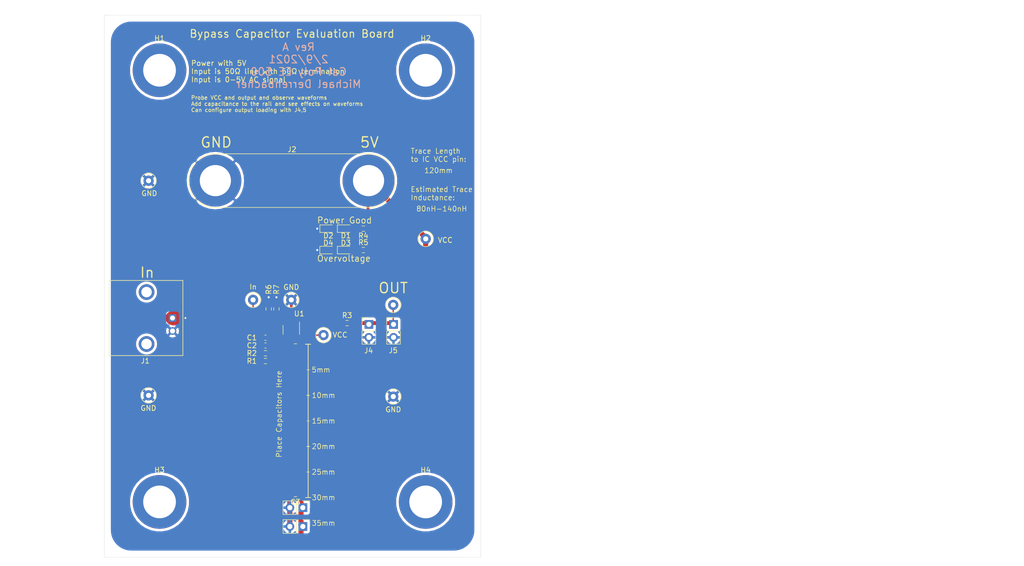
<source format=kicad_pcb>
(kicad_pcb (version 20171130) (host pcbnew "(5.1.9-0-10_14)")

  (general
    (thickness 1.6)
    (drawings 37)
    (tracks 96)
    (zones 0)
    (modules 35)
    (nets 12)
  )

  (page A4)
  (layers
    (0 F.Cu signal)
    (31 B.Cu signal)
    (32 B.Adhes user)
    (33 F.Adhes user)
    (34 B.Paste user)
    (35 F.Paste user)
    (36 B.SilkS user)
    (37 F.SilkS user)
    (38 B.Mask user)
    (39 F.Mask user)
    (40 Dwgs.User user)
    (41 Cmts.User user)
    (42 Eco1.User user)
    (43 Eco2.User user)
    (44 Edge.Cuts user)
    (45 Margin user)
    (46 B.CrtYd user)
    (47 F.CrtYd user)
    (48 B.Fab user)
    (49 F.Fab user)
  )

  (setup
    (last_trace_width 0.25)
    (user_trace_width 0.5)
    (user_trace_width 0.75)
    (user_trace_width 1)
    (user_trace_width 2.75)
    (trace_clearance 0.2)
    (zone_clearance 0.254)
    (zone_45_only no)
    (trace_min 0.2)
    (via_size 0.8)
    (via_drill 0.4)
    (via_min_size 0.4)
    (via_min_drill 0.3)
    (uvia_size 0.3)
    (uvia_drill 0.1)
    (uvias_allowed no)
    (uvia_min_size 0.2)
    (uvia_min_drill 0.1)
    (edge_width 0.05)
    (segment_width 0.2)
    (pcb_text_width 0.3)
    (pcb_text_size 1.5 1.5)
    (mod_edge_width 0.12)
    (mod_text_size 1 1)
    (mod_text_width 0.15)
    (pad_size 1.524 1.524)
    (pad_drill 0.762)
    (pad_to_mask_clearance 0)
    (aux_axis_origin 0 0)
    (grid_origin 142 129.25)
    (visible_elements FFFFFF7F)
    (pcbplotparams
      (layerselection 0x010fc_ffffffff)
      (usegerberextensions false)
      (usegerberattributes true)
      (usegerberadvancedattributes true)
      (creategerberjobfile true)
      (excludeedgelayer true)
      (linewidth 0.100000)
      (plotframeref false)
      (viasonmask false)
      (mode 1)
      (useauxorigin false)
      (hpglpennumber 1)
      (hpglpenspeed 20)
      (hpglpendiameter 15.000000)
      (psnegative false)
      (psa4output false)
      (plotreference true)
      (plotvalue true)
      (plotinvisibletext false)
      (padsonsilk false)
      (subtractmaskfromsilk false)
      (outputformat 1)
      (mirror false)
      (drillshape 0)
      (scaleselection 1)
      (outputdirectory "Output_Files/"))
  )

  (net 0 "")
  (net 1 0)
  (net 2 In-)
  (net 3 VCC)
  (net 4 "Net-(J1-PadS1)")
  (net 5 "Net-(R3-Pad2)")
  (net 6 Out)
  (net 7 "Net-(D1-Pad2)")
  (net 8 "Net-(D1-Pad1)")
  (net 9 "Net-(D3-Pad2)")
  (net 10 "Net-(D3-Pad1)")
  (net 11 In+)

  (net_class Default "This is the default net class."
    (clearance 0.2)
    (trace_width 0.25)
    (via_dia 0.8)
    (via_drill 0.4)
    (uvia_dia 0.3)
    (uvia_drill 0.1)
    (add_net 0)
    (add_net In+)
    (add_net In-)
    (add_net "Net-(D1-Pad1)")
    (add_net "Net-(D1-Pad2)")
    (add_net "Net-(D3-Pad1)")
    (add_net "Net-(D3-Pad2)")
    (add_net "Net-(J1-PadS1)")
    (add_net "Net-(R3-Pad2)")
    (add_net Out)
    (add_net VCC)
  )

  (module TestPoint:TestPoint_Loop_D2.50mm_Drill1.0mm (layer F.Cu) (tedit 5A0F774F) (tstamp 60232431)
    (at 174.004 73.624)
    (descr "wire loop as test point, loop diameter 2.5mm, hole diameter 1.0mm")
    (tags "test point wire loop bead")
    (path /60235738)
    (fp_text reference VCC (at 3.81 0.254) (layer F.SilkS)
      (effects (font (size 1 1) (thickness 0.15)))
    )
    (fp_text value TestPoint (at 0 -2.8) (layer F.Fab)
      (effects (font (size 1 1) (thickness 0.15)))
    )
    (fp_circle (center 0 0) (end 1.5 0) (layer F.SilkS) (width 0.12))
    (fp_circle (center 0 0) (end 1.8 0) (layer F.CrtYd) (width 0.05))
    (fp_line (start 1.3 -0.2) (end -1.3 -0.2) (layer F.Fab) (width 0.12))
    (fp_line (start 1.3 0.2) (end 1.3 -0.2) (layer F.Fab) (width 0.12))
    (fp_line (start -1.3 0.2) (end 1.3 0.2) (layer F.Fab) (width 0.12))
    (fp_line (start -1.3 -0.2) (end -1.3 0.2) (layer F.Fab) (width 0.12))
    (fp_text user %R (at 0.7 2.5) (layer F.Fab)
      (effects (font (size 1 1) (thickness 0.15)))
    )
    (pad 1 thru_hole circle (at 0 0) (size 2 2) (drill 1) (layers *.Cu *.Mask)
      (net 3 VCC))
    (model ${KISYS3DMOD}/TestPoint.3dshapes/TestPoint_Loop_D2.50mm_Drill1.0mm.wrl
      (at (xyz 0 0 0))
      (scale (xyz 1 1 1))
      (rotate (xyz 0 0 0))
    )
  )

  (module TestPoint:TestPoint_Loop_D2.50mm_Drill1.0mm (layer F.Cu) (tedit 5A0F774F) (tstamp 602321DF)
    (at 140.222 85.562)
    (descr "wire loop as test point, loop diameter 2.5mm, hole diameter 1.0mm")
    (tags "test point wire loop bead")
    (path /60236E43)
    (fp_text reference In (at 0 -2.54) (layer F.SilkS)
      (effects (font (size 1 1) (thickness 0.15)))
    )
    (fp_text value TestPoint (at 0 -2.8) (layer F.Fab)
      (effects (font (size 1 1) (thickness 0.15)))
    )
    (fp_circle (center 0 0) (end 1.5 0) (layer F.SilkS) (width 0.12))
    (fp_circle (center 0 0) (end 1.8 0) (layer F.CrtYd) (width 0.05))
    (fp_line (start 1.3 -0.2) (end -1.3 -0.2) (layer F.Fab) (width 0.12))
    (fp_line (start 1.3 0.2) (end 1.3 -0.2) (layer F.Fab) (width 0.12))
    (fp_line (start -1.3 0.2) (end 1.3 0.2) (layer F.Fab) (width 0.12))
    (fp_line (start -1.3 -0.2) (end -1.3 0.2) (layer F.Fab) (width 0.12))
    (fp_text user %R (at 0.7 2.5) (layer F.Fab)
      (effects (font (size 1 1) (thickness 0.15)))
    )
    (pad 1 thru_hole circle (at 0 0) (size 2 2) (drill 1) (layers *.Cu *.Mask)
      (net 11 In+))
    (model ${KISYS3DMOD}/TestPoint.3dshapes/TestPoint_Loop_D2.50mm_Drill1.0mm.wrl
      (at (xyz 0 0 0))
      (scale (xyz 1 1 1))
      (rotate (xyz 0 0 0))
    )
  )

  (module TestPoint:TestPoint_Loop_D2.50mm_Drill1.0mm (layer F.Cu) (tedit 5A0F774F) (tstamp 6023219B)
    (at 167.654 104.485)
    (descr "wire loop as test point, loop diameter 2.5mm, hole diameter 1.0mm")
    (tags "test point wire loop bead")
    (path /6023462A)
    (fp_text reference GND (at 0 2.54) (layer F.SilkS)
      (effects (font (size 1 1) (thickness 0.15)))
    )
    (fp_text value TestPoint (at 0 -2.8) (layer F.Fab)
      (effects (font (size 1 1) (thickness 0.15)))
    )
    (fp_circle (center 0 0) (end 1.5 0) (layer F.SilkS) (width 0.12))
    (fp_circle (center 0 0) (end 1.8 0) (layer F.CrtYd) (width 0.05))
    (fp_line (start 1.3 -0.2) (end -1.3 -0.2) (layer F.Fab) (width 0.12))
    (fp_line (start 1.3 0.2) (end 1.3 -0.2) (layer F.Fab) (width 0.12))
    (fp_line (start -1.3 0.2) (end 1.3 0.2) (layer F.Fab) (width 0.12))
    (fp_line (start -1.3 -0.2) (end -1.3 0.2) (layer F.Fab) (width 0.12))
    (fp_text user %R (at 0.7 2.5) (layer F.Fab)
      (effects (font (size 1 1) (thickness 0.15)))
    )
    (pad 1 thru_hole circle (at 0 0) (size 2 2) (drill 1) (layers *.Cu *.Mask)
      (net 1 0))
    (model ${KISYS3DMOD}/TestPoint.3dshapes/TestPoint_Loop_D2.50mm_Drill1.0mm.wrl
      (at (xyz 0 0 0))
      (scale (xyz 1 1 1))
      (rotate (xyz 0 0 0))
    )
  )

  (module "" (layer F.Cu) (tedit 0) (tstamp 0)
    (at 146.064 28.158)
    (fp_text reference "" (at 144.794 87.34) (layer F.SilkS)
      (effects (font (size 1.27 1.27) (thickness 0.15)))
    )
    (fp_text value "" (at 144.794 87.34) (layer F.SilkS)
      (effects (font (size 1.27 1.27) (thickness 0.15)))
    )
  )

  (module "" (layer F.Cu) (tedit 0) (tstamp 0)
    (at 146.064 27.142)
    (fp_text reference "" (at 144.794 87.34) (layer F.SilkS)
      (effects (font (size 1.27 1.27) (thickness 0.15)))
    )
    (fp_text value "" (at 144.794 87.34) (layer F.SilkS)
      (effects (font (size 1.27 1.27) (thickness 0.15)))
    )
  )

  (module Resistor_SMD:R_0603_1608Metric_Pad0.98x0.95mm_HandSolder (layer F.Cu) (tedit 5F68FEEE) (tstamp 6020D889)
    (at 144.794 87.34 90)
    (descr "Resistor SMD 0603 (1608 Metric), square (rectangular) end terminal, IPC_7351 nominal with elongated pad for handsoldering. (Body size source: IPC-SM-782 page 72, https://www.pcb-3d.com/wordpress/wp-content/uploads/ipc-sm-782a_amendment_1_and_2.pdf), generated with kicad-footprint-generator")
    (tags "resistor handsolder")
    (path /60216011)
    (attr smd)
    (fp_text reference R7 (at 3.81 0 90) (layer F.SilkS)
      (effects (font (size 1 1) (thickness 0.15)))
    )
    (fp_text value 100 (at 0 1.43 90) (layer F.Fab)
      (effects (font (size 1 1) (thickness 0.15)))
    )
    (fp_line (start -0.8 0.4125) (end -0.8 -0.4125) (layer F.Fab) (width 0.1))
    (fp_line (start -0.8 -0.4125) (end 0.8 -0.4125) (layer F.Fab) (width 0.1))
    (fp_line (start 0.8 -0.4125) (end 0.8 0.4125) (layer F.Fab) (width 0.1))
    (fp_line (start 0.8 0.4125) (end -0.8 0.4125) (layer F.Fab) (width 0.1))
    (fp_line (start -0.254724 -0.5225) (end 0.254724 -0.5225) (layer F.SilkS) (width 0.12))
    (fp_line (start -0.254724 0.5225) (end 0.254724 0.5225) (layer F.SilkS) (width 0.12))
    (fp_line (start -1.65 0.73) (end -1.65 -0.73) (layer F.CrtYd) (width 0.05))
    (fp_line (start -1.65 -0.73) (end 1.65 -0.73) (layer F.CrtYd) (width 0.05))
    (fp_line (start 1.65 -0.73) (end 1.65 0.73) (layer F.CrtYd) (width 0.05))
    (fp_line (start 1.65 0.73) (end -1.65 0.73) (layer F.CrtYd) (width 0.05))
    (fp_text user %R (at 0 0 90) (layer F.Fab)
      (effects (font (size 0.4 0.4) (thickness 0.06)))
    )
    (pad 2 smd roundrect (at 0.9125 0 90) (size 0.975 0.95) (layers F.Cu F.Paste F.Mask) (roundrect_rratio 0.25)
      (net 1 0))
    (pad 1 smd roundrect (at -0.9125 0 90) (size 0.975 0.95) (layers F.Cu F.Paste F.Mask) (roundrect_rratio 0.25)
      (net 11 In+))
    (model ${KISYS3DMOD}/Resistor_SMD.3dshapes/R_0603_1608Metric.wrl
      (at (xyz 0 0 0))
      (scale (xyz 1 1 1))
      (rotate (xyz 0 0 0))
    )
  )

  (module Resistor_SMD:R_0603_1608Metric_Pad0.98x0.95mm_HandSolder (layer F.Cu) (tedit 5F68FEEE) (tstamp 6020CFA3)
    (at 143.27 87.34 90)
    (descr "Resistor SMD 0603 (1608 Metric), square (rectangular) end terminal, IPC_7351 nominal with elongated pad for handsoldering. (Body size source: IPC-SM-782 page 72, https://www.pcb-3d.com/wordpress/wp-content/uploads/ipc-sm-782a_amendment_1_and_2.pdf), generated with kicad-footprint-generator")
    (tags "resistor handsolder")
    (path /6020EC84)
    (attr smd)
    (fp_text reference R6 (at 3.81 0 90) (layer F.SilkS)
      (effects (font (size 1 1) (thickness 0.15)))
    )
    (fp_text value 100 (at 0 1.43 90) (layer F.Fab)
      (effects (font (size 1 1) (thickness 0.15)))
    )
    (fp_line (start 1.65 0.73) (end -1.65 0.73) (layer F.CrtYd) (width 0.05))
    (fp_line (start 1.65 -0.73) (end 1.65 0.73) (layer F.CrtYd) (width 0.05))
    (fp_line (start -1.65 -0.73) (end 1.65 -0.73) (layer F.CrtYd) (width 0.05))
    (fp_line (start -1.65 0.73) (end -1.65 -0.73) (layer F.CrtYd) (width 0.05))
    (fp_line (start -0.254724 0.5225) (end 0.254724 0.5225) (layer F.SilkS) (width 0.12))
    (fp_line (start -0.254724 -0.5225) (end 0.254724 -0.5225) (layer F.SilkS) (width 0.12))
    (fp_line (start 0.8 0.4125) (end -0.8 0.4125) (layer F.Fab) (width 0.1))
    (fp_line (start 0.8 -0.4125) (end 0.8 0.4125) (layer F.Fab) (width 0.1))
    (fp_line (start -0.8 -0.4125) (end 0.8 -0.4125) (layer F.Fab) (width 0.1))
    (fp_line (start -0.8 0.4125) (end -0.8 -0.4125) (layer F.Fab) (width 0.1))
    (fp_text user %R (at 0 0 90) (layer F.Fab)
      (effects (font (size 0.4 0.4) (thickness 0.06)))
    )
    (pad 2 smd roundrect (at 0.9125 0 90) (size 0.975 0.95) (layers F.Cu F.Paste F.Mask) (roundrect_rratio 0.25)
      (net 1 0))
    (pad 1 smd roundrect (at -0.9125 0 90) (size 0.975 0.95) (layers F.Cu F.Paste F.Mask) (roundrect_rratio 0.25)
      (net 11 In+))
    (model ${KISYS3DMOD}/Resistor_SMD.3dshapes/R_0603_1608Metric.wrl
      (at (xyz 0 0 0))
      (scale (xyz 1 1 1))
      (rotate (xyz 0 0 0))
    )
  )

  (module Socket:Test_strip (layer F.Cu) (tedit 601E64A0) (tstamp 601FB3EB)
    (at 148.5 101.5 180)
    (path /601E3528)
    (fp_text reference C3 (at 0 -23.622) (layer F.SilkS)
      (effects (font (size 1 1) (thickness 0.15)))
    )
    (fp_text value C (at 0 8.636) (layer F.Fab)
      (effects (font (size 1 1) (thickness 0.15)))
    )
    (fp_line (start -1.88 -7.076) (end -1.88 7.584) (layer F.CrtYd) (width 0.05))
    (fp_line (start 1.88 7.584) (end -1.88 7.584) (layer F.CrtYd) (width 0.05))
    (fp_line (start -1 -22.469) (end 1 -22.469) (layer F.Fab) (width 0.1))
    (fp_line (start 1 -8.245) (end 1 -6.995) (layer F.Fab) (width 0.1))
    (fp_line (start 1 7.229) (end -1 7.229) (layer F.Fab) (width 0.1))
    (fp_line (start 1.88 -22.824) (end 1.88 7.584) (layer F.CrtYd) (width 0.05))
    (fp_line (start -1 -6.995) (end -1 -8.245) (layer F.Fab) (width 0.1))
    (fp_line (start -0.261252 7.339) (end 0.261252 7.339) (layer F.SilkS) (width 0.12))
    (fp_line (start -1.88 -22.824) (end 1.88 -22.824) (layer F.CrtYd) (width 0.05))
    (fp_line (start -1.88 -6.64) (end -1.88 -22.824) (layer F.CrtYd) (width 0.05))
    (fp_line (start -0.261252 -22.579) (end 0.261252 -22.579) (layer F.SilkS) (width 0.12))
    (fp_text user %R (at 0 -7.62) (layer F.Fab)
      (effects (font (size 0.5 0.5) (thickness 0.08)))
    )
    (pad 2 smd roundrect (at 1.0375 -7.62 180) (size 1.175 30) (layers F.Cu F.Paste F.Mask) (roundrect_rratio 0.213)
      (net 1 0))
    (pad 1 smd roundrect (at -1.0375 -7.62 180) (size 1.175 30) (layers F.Cu F.Paste F.Mask) (roundrect_rratio 0.213)
      (net 3 VCC))
  )

  (module TestPoint:TestPoint_Loop_D2.50mm_Drill1.0mm (layer F.Cu) (tedit 5A0F774F) (tstamp 601F92FB)
    (at 119.775 62.25)
    (descr "wire loop as test point, loop diameter 2.5mm, hole diameter 1.0mm")
    (tags "test point wire loop bead")
    (path /60226909)
    (fp_text reference GND (at 0.14 2.484) (layer F.SilkS)
      (effects (font (size 1 1) (thickness 0.15)))
    )
    (fp_text value TestPoint (at 0 -2.8) (layer F.Fab)
      (effects (font (size 1 1) (thickness 0.15)))
    )
    (fp_line (start -1.3 -0.2) (end -1.3 0.2) (layer F.Fab) (width 0.12))
    (fp_line (start -1.3 0.2) (end 1.3 0.2) (layer F.Fab) (width 0.12))
    (fp_line (start 1.3 0.2) (end 1.3 -0.2) (layer F.Fab) (width 0.12))
    (fp_line (start 1.3 -0.2) (end -1.3 -0.2) (layer F.Fab) (width 0.12))
    (fp_circle (center 0 0) (end 1.8 0) (layer F.CrtYd) (width 0.05))
    (fp_circle (center 0 0) (end 1.5 0) (layer F.SilkS) (width 0.12))
    (fp_text user %R (at 0.7 2.5) (layer F.Fab)
      (effects (font (size 1 1) (thickness 0.15)))
    )
    (pad 1 thru_hole circle (at 0 0) (size 2 2) (drill 1) (layers *.Cu *.Mask)
      (net 1 0))
    (model ${KISYS3DMOD}/TestPoint.3dshapes/TestPoint_Loop_D2.50mm_Drill1.0mm.wrl
      (at (xyz 0 0 0))
      (scale (xyz 1 1 1))
      (rotate (xyz 0 0 0))
    )
  )

  (module TestPoint:TestPoint_Loop_D2.50mm_Drill1.0mm (layer F.Cu) (tedit 5A0F774F) (tstamp 601F92EF)
    (at 119.775 104.25)
    (descr "wire loop as test point, loop diameter 2.5mm, hole diameter 1.0mm")
    (tags "test point wire loop bead")
    (path /60225837)
    (fp_text reference GND (at -0.03 2.5) (layer F.SilkS)
      (effects (font (size 1 1) (thickness 0.15)))
    )
    (fp_text value TestPoint (at 0 -2.8) (layer F.Fab)
      (effects (font (size 1 1) (thickness 0.15)))
    )
    (fp_line (start -1.3 -0.2) (end -1.3 0.2) (layer F.Fab) (width 0.12))
    (fp_line (start -1.3 0.2) (end 1.3 0.2) (layer F.Fab) (width 0.12))
    (fp_line (start 1.3 0.2) (end 1.3 -0.2) (layer F.Fab) (width 0.12))
    (fp_line (start 1.3 -0.2) (end -1.3 -0.2) (layer F.Fab) (width 0.12))
    (fp_circle (center 0 0) (end 1.8 0) (layer F.CrtYd) (width 0.05))
    (fp_circle (center 0 0) (end 1.5 0) (layer F.SilkS) (width 0.12))
    (fp_text user %R (at 0.7 2.5) (layer F.Fab)
      (effects (font (size 1 1) (thickness 0.15)))
    )
    (pad 1 thru_hole circle (at 0 0) (size 2 2) (drill 1) (layers *.Cu *.Mask)
      (net 1 0))
    (model ${KISYS3DMOD}/TestPoint.3dshapes/TestPoint_Loop_D2.50mm_Drill1.0mm.wrl
      (at (xyz 0 0 0))
      (scale (xyz 1 1 1))
      (rotate (xyz 0 0 0))
    )
  )

  (module 1-1634612-0:TE_1-1634612-0 (layer F.Cu) (tedit 601DC752) (tstamp 601DED9F)
    (at 119.38 89.118 90)
    (path /601E2CF3)
    (fp_text reference J1 (at -8.382 -0.254 180) (layer F.SilkS)
      (effects (font (size 1 1) (thickness 0.15)))
    )
    (fp_text value 1-1634612-0 (at 1.39 9.865 90) (layer F.Fab)
      (effects (font (size 1 1) (thickness 0.015)))
    )
    (fp_line (start 7.35 7.1) (end -7.35 7.1) (layer F.Fab) (width 0.127))
    (fp_line (start -7.35 7.1) (end -7.35 -7.3) (layer F.Fab) (width 0.127))
    (fp_line (start -7.35 -7.3) (end -5.5 -7.3) (layer F.Fab) (width 0.127))
    (fp_line (start -5.5 -7.3) (end 5.5 -7.3) (layer F.Fab) (width 0.127))
    (fp_line (start 5.5 -7.3) (end 7.35 -7.3) (layer F.Fab) (width 0.127))
    (fp_line (start 7.35 -7.3) (end 7.35 7.1) (layer F.Fab) (width 0.127))
    (fp_line (start -5.5 -7.3) (end -5.5 -16.4) (layer F.Fab) (width 0.127))
    (fp_line (start -5.5 -16.4) (end -4.8 -16.4) (layer F.Fab) (width 0.127))
    (fp_line (start -4.8 -16.4) (end 4.8 -16.4) (layer F.Fab) (width 0.127))
    (fp_line (start 4.8 -16.4) (end 5.5 -16.4) (layer F.Fab) (width 0.127))
    (fp_line (start 5.5 -16.4) (end 5.5 -7.3) (layer F.Fab) (width 0.127))
    (fp_line (start -4.8 -16.4) (end -4.8 -28.4) (layer F.Fab) (width 0.127))
    (fp_line (start -4.8 -28.4) (end 4.8 -28.4) (layer F.Fab) (width 0.127))
    (fp_line (start 4.8 -28.4) (end 4.8 -16.4) (layer F.Fab) (width 0.127))
    (fp_line (start -7.35 7.1) (end -7.35 -7.3) (layer F.SilkS) (width 0.127))
    (fp_line (start -7.35 -7.3) (end 7.35 -7.3) (layer F.SilkS) (width 0.127))
    (fp_line (start 7.35 -7.3) (end 7.35 7.1) (layer F.SilkS) (width 0.127))
    (fp_line (start -7.35 7.1) (end 7.35 7.1) (layer F.SilkS) (width 0.127))
    (fp_circle (center 0 7.6) (end 0.1 7.6) (layer F.SilkS) (width 0.2))
    (fp_line (start 7.6 7.35) (end 7.6 -7.55) (layer F.CrtYd) (width 0.05))
    (fp_line (start 7.6 -7.55) (end 5.75 -7.55) (layer F.CrtYd) (width 0.05))
    (fp_line (start 5.75 -7.55) (end 5.75 -28.65) (layer F.CrtYd) (width 0.05))
    (fp_line (start 5.75 -28.65) (end -5.75 -28.65) (layer F.CrtYd) (width 0.05))
    (fp_line (start -5.75 -28.65) (end -5.75 -7.55) (layer F.CrtYd) (width 0.05))
    (fp_line (start -5.75 -7.55) (end -7.6 -7.55) (layer F.CrtYd) (width 0.05))
    (fp_line (start -7.6 -7.55) (end -7.6 7.35) (layer F.CrtYd) (width 0.05))
    (fp_line (start -7.6 7.35) (end 7.6 7.35) (layer F.CrtYd) (width 0.05))
    (fp_circle (center 0 7.6) (end 0.1 7.6) (layer F.Fab) (width 0.2))
    (pad S2 thru_hole circle (at 5.08 0 90) (size 3.076 3.076) (drill 2.06) (layers *.Cu *.Mask)
      (net 4 "Net-(J1-PadS1)"))
    (pad S1 thru_hole circle (at -5.08 0 90) (size 3.076 3.076) (drill 2.06) (layers *.Cu *.Mask)
      (net 4 "Net-(J1-PadS1)"))
    (pad 2 thru_hole circle (at -2.54 5.08 90) (size 1.478 1.478) (drill 0.97) (layers *.Cu *.Mask)
      (net 1 0))
    (pad 1 thru_hole rect (at 0 5.08 90) (size 1.478 1.478) (drill 0.97) (layers *.Cu *.Mask)
      (net 11 In+))
  )

  (module LED_SMD:LED_0603_1608Metric_Pad1.05x0.95mm_HandSolder (layer F.Cu) (tedit 5F68FEF1) (tstamp 601E916B)
    (at 158.369 71.628)
    (descr "LED SMD 0603 (1608 Metric), square (rectangular) end terminal, IPC_7351 nominal, (Body size source: http://www.tortai-tech.com/upload/download/2011102023233369053.pdf), generated with kicad-footprint-generator")
    (tags "LED handsolder")
    (path /60231F16)
    (attr smd)
    (fp_text reference D1 (at 0 1.364) (layer F.SilkS)
      (effects (font (size 1 1) (thickness 0.15)))
    )
    (fp_text value LED (at 0 1.43) (layer F.Fab)
      (effects (font (size 1 1) (thickness 0.15)))
    )
    (fp_line (start 1.65 0.73) (end -1.65 0.73) (layer F.CrtYd) (width 0.05))
    (fp_line (start 1.65 -0.73) (end 1.65 0.73) (layer F.CrtYd) (width 0.05))
    (fp_line (start -1.65 -0.73) (end 1.65 -0.73) (layer F.CrtYd) (width 0.05))
    (fp_line (start -1.65 0.73) (end -1.65 -0.73) (layer F.CrtYd) (width 0.05))
    (fp_line (start -1.66 0.735) (end 0.8 0.735) (layer F.SilkS) (width 0.12))
    (fp_line (start -1.66 -0.735) (end -1.66 0.735) (layer F.SilkS) (width 0.12))
    (fp_line (start 0.8 -0.735) (end -1.66 -0.735) (layer F.SilkS) (width 0.12))
    (fp_line (start 0.8 0.4) (end 0.8 -0.4) (layer F.Fab) (width 0.1))
    (fp_line (start -0.8 0.4) (end 0.8 0.4) (layer F.Fab) (width 0.1))
    (fp_line (start -0.8 -0.1) (end -0.8 0.4) (layer F.Fab) (width 0.1))
    (fp_line (start -0.5 -0.4) (end -0.8 -0.1) (layer F.Fab) (width 0.1))
    (fp_line (start 0.8 -0.4) (end -0.5 -0.4) (layer F.Fab) (width 0.1))
    (fp_text user %R (at 0 0) (layer F.Fab)
      (effects (font (size 0.4 0.4) (thickness 0.06)))
    )
    (pad 2 smd roundrect (at 0.875 0) (size 1.05 0.95) (layers F.Cu F.Paste F.Mask) (roundrect_rratio 0.25)
      (net 7 "Net-(D1-Pad2)"))
    (pad 1 smd roundrect (at -0.875 0) (size 1.05 0.95) (layers F.Cu F.Paste F.Mask) (roundrect_rratio 0.25)
      (net 8 "Net-(D1-Pad1)"))
    (model ${KISYS3DMOD}/LED_SMD.3dshapes/LED_0603_1608Metric.wrl
      (at (xyz 0 0 0))
      (scale (xyz 1 1 1))
      (rotate (xyz 0 0 0))
    )
  )

  (module Resistor_SMD:R_0603_1608Metric_Pad0.98x0.95mm_HandSolder (layer F.Cu) (tedit 5F68FEEE) (tstamp 601E8A04)
    (at 161.798 75.819 180)
    (descr "Resistor SMD 0603 (1608 Metric), square (rectangular) end terminal, IPC_7351 nominal with elongated pad for handsoldering. (Body size source: IPC-SM-782 page 72, https://www.pcb-3d.com/wordpress/wp-content/uploads/ipc-sm-782a_amendment_1_and_2.pdf), generated with kicad-footprint-generator")
    (tags "resistor handsolder")
    (path /60225AA2)
    (attr smd)
    (fp_text reference R5 (at 0 1.491) (layer F.SilkS)
      (effects (font (size 1 1) (thickness 0.15)))
    )
    (fp_text value 330 (at 0 1.43) (layer F.Fab)
      (effects (font (size 1 1) (thickness 0.15)))
    )
    (fp_line (start -0.8 0.4125) (end -0.8 -0.4125) (layer F.Fab) (width 0.1))
    (fp_line (start -0.8 -0.4125) (end 0.8 -0.4125) (layer F.Fab) (width 0.1))
    (fp_line (start 0.8 -0.4125) (end 0.8 0.4125) (layer F.Fab) (width 0.1))
    (fp_line (start 0.8 0.4125) (end -0.8 0.4125) (layer F.Fab) (width 0.1))
    (fp_line (start -0.254724 -0.5225) (end 0.254724 -0.5225) (layer F.SilkS) (width 0.12))
    (fp_line (start -0.254724 0.5225) (end 0.254724 0.5225) (layer F.SilkS) (width 0.12))
    (fp_line (start -1.65 0.73) (end -1.65 -0.73) (layer F.CrtYd) (width 0.05))
    (fp_line (start -1.65 -0.73) (end 1.65 -0.73) (layer F.CrtYd) (width 0.05))
    (fp_line (start 1.65 -0.73) (end 1.65 0.73) (layer F.CrtYd) (width 0.05))
    (fp_line (start 1.65 0.73) (end -1.65 0.73) (layer F.CrtYd) (width 0.05))
    (fp_text user %R (at 0 0) (layer F.Fab)
      (effects (font (size 0.4 0.4) (thickness 0.06)))
    )
    (pad 2 smd roundrect (at 0.9125 0 180) (size 0.975 0.95) (layers F.Cu F.Paste F.Mask) (roundrect_rratio 0.25)
      (net 9 "Net-(D3-Pad2)"))
    (pad 1 smd roundrect (at -0.9125 0 180) (size 0.975 0.95) (layers F.Cu F.Paste F.Mask) (roundrect_rratio 0.25)
      (net 3 VCC))
    (model ${KISYS3DMOD}/Resistor_SMD.3dshapes/R_0603_1608Metric.wrl
      (at (xyz 0 0 0))
      (scale (xyz 1 1 1))
      (rotate (xyz 0 0 0))
    )
  )

  (module LED_SMD:LED_0603_1608Metric_Pad1.05x0.95mm_HandSolder (layer F.Cu) (tedit 5F68FEF1) (tstamp 601E87FD)
    (at 154.94 75.819)
    (descr "LED SMD 0603 (1608 Metric), square (rectangular) end terminal, IPC_7351 nominal, (Body size source: http://www.tortai-tech.com/upload/download/2011102023233369053.pdf), generated with kicad-footprint-generator")
    (tags "LED handsolder")
    (path /60225AA8)
    (attr smd)
    (fp_text reference D4 (at 0 -1.397) (layer F.SilkS)
      (effects (font (size 1 1) (thickness 0.15)))
    )
    (fp_text value LED (at 0 1.43) (layer F.Fab)
      (effects (font (size 1 1) (thickness 0.15)))
    )
    (fp_line (start 0.8 -0.4) (end -0.5 -0.4) (layer F.Fab) (width 0.1))
    (fp_line (start -0.5 -0.4) (end -0.8 -0.1) (layer F.Fab) (width 0.1))
    (fp_line (start -0.8 -0.1) (end -0.8 0.4) (layer F.Fab) (width 0.1))
    (fp_line (start -0.8 0.4) (end 0.8 0.4) (layer F.Fab) (width 0.1))
    (fp_line (start 0.8 0.4) (end 0.8 -0.4) (layer F.Fab) (width 0.1))
    (fp_line (start 0.8 -0.735) (end -1.66 -0.735) (layer F.SilkS) (width 0.12))
    (fp_line (start -1.66 -0.735) (end -1.66 0.735) (layer F.SilkS) (width 0.12))
    (fp_line (start -1.66 0.735) (end 0.8 0.735) (layer F.SilkS) (width 0.12))
    (fp_line (start -1.65 0.73) (end -1.65 -0.73) (layer F.CrtYd) (width 0.05))
    (fp_line (start -1.65 -0.73) (end 1.65 -0.73) (layer F.CrtYd) (width 0.05))
    (fp_line (start 1.65 -0.73) (end 1.65 0.73) (layer F.CrtYd) (width 0.05))
    (fp_line (start 1.65 0.73) (end -1.65 0.73) (layer F.CrtYd) (width 0.05))
    (fp_text user %R (at 0 0) (layer F.Fab)
      (effects (font (size 0.4 0.4) (thickness 0.06)))
    )
    (pad 2 smd roundrect (at 0.875 0) (size 1.05 0.95) (layers F.Cu F.Paste F.Mask) (roundrect_rratio 0.25)
      (net 10 "Net-(D3-Pad1)"))
    (pad 1 smd roundrect (at -0.875 0) (size 1.05 0.95) (layers F.Cu F.Paste F.Mask) (roundrect_rratio 0.25)
      (net 1 0))
    (model ${KISYS3DMOD}/LED_SMD.3dshapes/LED_0603_1608Metric.wrl
      (at (xyz 0 0 0))
      (scale (xyz 1 1 1))
      (rotate (xyz 0 0 0))
    )
  )

  (module LED_SMD:LED_0603_1608Metric_Pad1.05x0.95mm_HandSolder (layer F.Cu) (tedit 5F68FEF1) (tstamp 601E87EA)
    (at 158.369 75.819)
    (descr "LED SMD 0603 (1608 Metric), square (rectangular) end terminal, IPC_7351 nominal, (Body size source: http://www.tortai-tech.com/upload/download/2011102023233369053.pdf), generated with kicad-footprint-generator")
    (tags "LED handsolder")
    (path /6022811B)
    (attr smd)
    (fp_text reference D3 (at 0 -1.397) (layer F.SilkS)
      (effects (font (size 1 1) (thickness 0.15)))
    )
    (fp_text value LED (at 0 1.43) (layer F.Fab)
      (effects (font (size 1 1) (thickness 0.15)))
    )
    (fp_line (start 0.8 -0.4) (end -0.5 -0.4) (layer F.Fab) (width 0.1))
    (fp_line (start -0.5 -0.4) (end -0.8 -0.1) (layer F.Fab) (width 0.1))
    (fp_line (start -0.8 -0.1) (end -0.8 0.4) (layer F.Fab) (width 0.1))
    (fp_line (start -0.8 0.4) (end 0.8 0.4) (layer F.Fab) (width 0.1))
    (fp_line (start 0.8 0.4) (end 0.8 -0.4) (layer F.Fab) (width 0.1))
    (fp_line (start 0.8 -0.735) (end -1.66 -0.735) (layer F.SilkS) (width 0.12))
    (fp_line (start -1.66 -0.735) (end -1.66 0.735) (layer F.SilkS) (width 0.12))
    (fp_line (start -1.66 0.735) (end 0.8 0.735) (layer F.SilkS) (width 0.12))
    (fp_line (start -1.65 0.73) (end -1.65 -0.73) (layer F.CrtYd) (width 0.05))
    (fp_line (start -1.65 -0.73) (end 1.65 -0.73) (layer F.CrtYd) (width 0.05))
    (fp_line (start 1.65 -0.73) (end 1.65 0.73) (layer F.CrtYd) (width 0.05))
    (fp_line (start 1.65 0.73) (end -1.65 0.73) (layer F.CrtYd) (width 0.05))
    (fp_text user %R (at 0 0) (layer F.Fab)
      (effects (font (size 0.4 0.4) (thickness 0.06)))
    )
    (pad 2 smd roundrect (at 0.875 0) (size 1.05 0.95) (layers F.Cu F.Paste F.Mask) (roundrect_rratio 0.25)
      (net 9 "Net-(D3-Pad2)"))
    (pad 1 smd roundrect (at -0.875 0) (size 1.05 0.95) (layers F.Cu F.Paste F.Mask) (roundrect_rratio 0.25)
      (net 10 "Net-(D3-Pad1)"))
    (model ${KISYS3DMOD}/LED_SMD.3dshapes/LED_0603_1608Metric.wrl
      (at (xyz 0 0 0))
      (scale (xyz 1 1 1))
      (rotate (xyz 0 0 0))
    )
  )

  (module LED_SMD:LED_0603_1608Metric_Pad1.05x0.95mm_HandSolder (layer F.Cu) (tedit 5F68FEF1) (tstamp 601E7EB1)
    (at 154.954 71.628)
    (descr "LED SMD 0603 (1608 Metric), square (rectangular) end terminal, IPC_7351 nominal, (Body size source: http://www.tortai-tech.com/upload/download/2011102023233369053.pdf), generated with kicad-footprint-generator")
    (tags "LED handsolder")
    (path /6021CB6B)
    (attr smd)
    (fp_text reference D2 (at 0 1.397) (layer F.SilkS)
      (effects (font (size 1 1) (thickness 0.15)))
    )
    (fp_text value LED (at 0 1.43) (layer F.Fab)
      (effects (font (size 1 1) (thickness 0.15)))
    )
    (fp_line (start 0.8 -0.4) (end -0.5 -0.4) (layer F.Fab) (width 0.1))
    (fp_line (start -0.5 -0.4) (end -0.8 -0.1) (layer F.Fab) (width 0.1))
    (fp_line (start -0.8 -0.1) (end -0.8 0.4) (layer F.Fab) (width 0.1))
    (fp_line (start -0.8 0.4) (end 0.8 0.4) (layer F.Fab) (width 0.1))
    (fp_line (start 0.8 0.4) (end 0.8 -0.4) (layer F.Fab) (width 0.1))
    (fp_line (start 0.8 -0.735) (end -1.66 -0.735) (layer F.SilkS) (width 0.12))
    (fp_line (start -1.66 -0.735) (end -1.66 0.735) (layer F.SilkS) (width 0.12))
    (fp_line (start -1.66 0.735) (end 0.8 0.735) (layer F.SilkS) (width 0.12))
    (fp_line (start -1.65 0.73) (end -1.65 -0.73) (layer F.CrtYd) (width 0.05))
    (fp_line (start -1.65 -0.73) (end 1.65 -0.73) (layer F.CrtYd) (width 0.05))
    (fp_line (start 1.65 -0.73) (end 1.65 0.73) (layer F.CrtYd) (width 0.05))
    (fp_line (start 1.65 0.73) (end -1.65 0.73) (layer F.CrtYd) (width 0.05))
    (fp_text user %R (at 0 0) (layer F.Fab)
      (effects (font (size 0.4 0.4) (thickness 0.06)))
    )
    (pad 2 smd roundrect (at 0.875 0) (size 1.05 0.95) (layers F.Cu F.Paste F.Mask) (roundrect_rratio 0.25)
      (net 8 "Net-(D1-Pad1)"))
    (pad 1 smd roundrect (at -0.875 0) (size 1.05 0.95) (layers F.Cu F.Paste F.Mask) (roundrect_rratio 0.25)
      (net 1 0))
    (model ${KISYS3DMOD}/LED_SMD.3dshapes/LED_0603_1608Metric.wrl
      (at (xyz 0 0 0))
      (scale (xyz 1 1 1))
      (rotate (xyz 0 0 0))
    )
  )

  (module Resistor_SMD:R_0603_1608Metric_Pad0.98x0.95mm_HandSolder (layer F.Cu) (tedit 5F68FEEE) (tstamp 601E8098)
    (at 161.798 71.628 180)
    (descr "Resistor SMD 0603 (1608 Metric), square (rectangular) end terminal, IPC_7351 nominal with elongated pad for handsoldering. (Body size source: IPC-SM-782 page 72, https://www.pcb-3d.com/wordpress/wp-content/uploads/ipc-sm-782a_amendment_1_and_2.pdf), generated with kicad-footprint-generator")
    (tags "resistor handsolder")
    (path /6021BAEE)
    (attr smd)
    (fp_text reference R4 (at 0 -1.397) (layer F.SilkS)
      (effects (font (size 1 1) (thickness 0.15)))
    )
    (fp_text value 100 (at 0 1.43) (layer F.Fab)
      (effects (font (size 1 1) (thickness 0.15)))
    )
    (fp_line (start -0.8 0.4125) (end -0.8 -0.4125) (layer F.Fab) (width 0.1))
    (fp_line (start -0.8 -0.4125) (end 0.8 -0.4125) (layer F.Fab) (width 0.1))
    (fp_line (start 0.8 -0.4125) (end 0.8 0.4125) (layer F.Fab) (width 0.1))
    (fp_line (start 0.8 0.4125) (end -0.8 0.4125) (layer F.Fab) (width 0.1))
    (fp_line (start -0.254724 -0.5225) (end 0.254724 -0.5225) (layer F.SilkS) (width 0.12))
    (fp_line (start -0.254724 0.5225) (end 0.254724 0.5225) (layer F.SilkS) (width 0.12))
    (fp_line (start -1.65 0.73) (end -1.65 -0.73) (layer F.CrtYd) (width 0.05))
    (fp_line (start -1.65 -0.73) (end 1.65 -0.73) (layer F.CrtYd) (width 0.05))
    (fp_line (start 1.65 -0.73) (end 1.65 0.73) (layer F.CrtYd) (width 0.05))
    (fp_line (start 1.65 0.73) (end -1.65 0.73) (layer F.CrtYd) (width 0.05))
    (fp_text user %R (at 0 0) (layer F.Fab)
      (effects (font (size 0.4 0.4) (thickness 0.06)))
    )
    (pad 2 smd roundrect (at 0.9125 0 180) (size 0.975 0.95) (layers F.Cu F.Paste F.Mask) (roundrect_rratio 0.25)
      (net 7 "Net-(D1-Pad2)"))
    (pad 1 smd roundrect (at -0.9125 0 180) (size 0.975 0.95) (layers F.Cu F.Paste F.Mask) (roundrect_rratio 0.25)
      (net 3 VCC))
    (model ${KISYS3DMOD}/Resistor_SMD.3dshapes/R_0603_1608Metric.wrl
      (at (xyz 0 0 0))
      (scale (xyz 1 1 1))
      (rotate (xyz 0 0 0))
    )
  )

  (module Connector_PinHeader_2.54mm:PinHeader_1x02_P2.54mm_Vertical (layer F.Cu) (tedit 59FED5CC) (tstamp 601E726F)
    (at 149.96 126.222 270)
    (descr "Through hole straight pin header, 1x02, 2.54mm pitch, single row")
    (tags "Through hole pin header THT 1x02 2.54mm single row")
    (path /602086AA)
    (fp_text reference J6 (at 0 -2.54 90) (layer F.SilkS) hide
      (effects (font (size 1 1) (thickness 0.15)))
    )
    (fp_text value Conn_01x02_Female (at 0 4.87 90) (layer F.Fab)
      (effects (font (size 1 1) (thickness 0.15)))
    )
    (fp_line (start 1.8 -1.8) (end -1.8 -1.8) (layer F.CrtYd) (width 0.05))
    (fp_line (start 1.8 4.35) (end 1.8 -1.8) (layer F.CrtYd) (width 0.05))
    (fp_line (start -1.8 4.35) (end 1.8 4.35) (layer F.CrtYd) (width 0.05))
    (fp_line (start -1.8 -1.8) (end -1.8 4.35) (layer F.CrtYd) (width 0.05))
    (fp_line (start -1.33 -1.33) (end 0 -1.33) (layer F.SilkS) (width 0.12))
    (fp_line (start -1.33 0) (end -1.33 -1.33) (layer F.SilkS) (width 0.12))
    (fp_line (start -1.33 1.27) (end 1.33 1.27) (layer F.SilkS) (width 0.12))
    (fp_line (start 1.33 1.27) (end 1.33 3.87) (layer F.SilkS) (width 0.12))
    (fp_line (start -1.33 1.27) (end -1.33 3.87) (layer F.SilkS) (width 0.12))
    (fp_line (start -1.33 3.87) (end 1.33 3.87) (layer F.SilkS) (width 0.12))
    (fp_line (start -1.27 -0.635) (end -0.635 -1.27) (layer F.Fab) (width 0.1))
    (fp_line (start -1.27 3.81) (end -1.27 -0.635) (layer F.Fab) (width 0.1))
    (fp_line (start 1.27 3.81) (end -1.27 3.81) (layer F.Fab) (width 0.1))
    (fp_line (start 1.27 -1.27) (end 1.27 3.81) (layer F.Fab) (width 0.1))
    (fp_line (start -0.635 -1.27) (end 1.27 -1.27) (layer F.Fab) (width 0.1))
    (fp_text user %R (at 0 1.27) (layer F.Fab)
      (effects (font (size 1 1) (thickness 0.15)))
    )
    (pad 2 thru_hole oval (at 0 2.54 270) (size 1.7 1.7) (drill 1) (layers *.Cu *.Mask)
      (net 1 0))
    (pad 1 thru_hole rect (at 0 0 270) (size 1.7 1.7) (drill 1) (layers *.Cu *.Mask)
      (net 3 VCC))
    (model ${KISYS3DMOD}/Connector_PinHeader_2.54mm.3dshapes/PinHeader_1x02_P2.54mm_Vertical.wrl
      (at (xyz 0 0 0))
      (scale (xyz 1 1 1))
      (rotate (xyz 0 0 0))
    )
  )

  (module Connector_PinHeader_2.54mm:PinHeader_1x02_P2.54mm_Vertical (layer F.Cu) (tedit 59FED5CC) (tstamp 601E7205)
    (at 149.96 129.905 270)
    (descr "Through hole straight pin header, 1x02, 2.54mm pitch, single row")
    (tags "Through hole pin header THT 1x02 2.54mm single row")
    (path /60207801)
    (fp_text reference J3 (at 0 -2.54 90) (layer F.SilkS) hide
      (effects (font (size 1 1) (thickness 0.15)))
    )
    (fp_text value Conn_01x02_Female (at 0 4.87 90) (layer F.Fab)
      (effects (font (size 1 1) (thickness 0.15)))
    )
    (fp_line (start 1.8 -1.8) (end -1.8 -1.8) (layer F.CrtYd) (width 0.05))
    (fp_line (start 1.8 4.35) (end 1.8 -1.8) (layer F.CrtYd) (width 0.05))
    (fp_line (start -1.8 4.35) (end 1.8 4.35) (layer F.CrtYd) (width 0.05))
    (fp_line (start -1.8 -1.8) (end -1.8 4.35) (layer F.CrtYd) (width 0.05))
    (fp_line (start -1.33 -1.33) (end 0 -1.33) (layer F.SilkS) (width 0.12))
    (fp_line (start -1.33 0) (end -1.33 -1.33) (layer F.SilkS) (width 0.12))
    (fp_line (start -1.33 1.27) (end 1.33 1.27) (layer F.SilkS) (width 0.12))
    (fp_line (start 1.33 1.27) (end 1.33 3.87) (layer F.SilkS) (width 0.12))
    (fp_line (start -1.33 1.27) (end -1.33 3.87) (layer F.SilkS) (width 0.12))
    (fp_line (start -1.33 3.87) (end 1.33 3.87) (layer F.SilkS) (width 0.12))
    (fp_line (start -1.27 -0.635) (end -0.635 -1.27) (layer F.Fab) (width 0.1))
    (fp_line (start -1.27 3.81) (end -1.27 -0.635) (layer F.Fab) (width 0.1))
    (fp_line (start 1.27 3.81) (end -1.27 3.81) (layer F.Fab) (width 0.1))
    (fp_line (start 1.27 -1.27) (end 1.27 3.81) (layer F.Fab) (width 0.1))
    (fp_line (start -0.635 -1.27) (end 1.27 -1.27) (layer F.Fab) (width 0.1))
    (fp_text user %R (at 0 1.27) (layer F.Fab)
      (effects (font (size 1 1) (thickness 0.15)))
    )
    (pad 2 thru_hole oval (at 0 2.54 270) (size 1.7 1.7) (drill 1) (layers *.Cu *.Mask)
      (net 1 0))
    (pad 1 thru_hole rect (at 0 0 270) (size 1.7 1.7) (drill 1) (layers *.Cu *.Mask)
      (net 3 VCC))
    (model ${KISYS3DMOD}/Connector_PinHeader_2.54mm.3dshapes/PinHeader_1x02_P2.54mm_Vertical.wrl
      (at (xyz 0 0 0))
      (scale (xyz 1 1 1))
      (rotate (xyz 0 0 0))
    )
  )

  (module TestPoint:TestPoint_Loop_D2.50mm_Drill1.0mm (layer F.Cu) (tedit 5A0F774F) (tstamp 601E67A6)
    (at 147.7 85.562)
    (descr "wire loop as test point, loop diameter 2.5mm, hole diameter 1.0mm")
    (tags "test point wire loop bead")
    (path /60201AD1)
    (fp_text reference GND (at 0 -2.4765) (layer F.SilkS)
      (effects (font (size 1 1) (thickness 0.15)))
    )
    (fp_text value TestPoint (at 0 -2.8) (layer F.Fab)
      (effects (font (size 1 1) (thickness 0.15)))
    )
    (fp_circle (center 0 0) (end 1.5 0) (layer F.SilkS) (width 0.12))
    (fp_circle (center 0 0) (end 1.8 0) (layer F.CrtYd) (width 0.05))
    (fp_line (start 1.3 -0.2) (end -1.3 -0.2) (layer F.Fab) (width 0.12))
    (fp_line (start 1.3 0.2) (end 1.3 -0.2) (layer F.Fab) (width 0.12))
    (fp_line (start -1.3 0.2) (end 1.3 0.2) (layer F.Fab) (width 0.12))
    (fp_line (start -1.3 -0.2) (end -1.3 0.2) (layer F.Fab) (width 0.12))
    (fp_text user %R (at 0.7 2.5) (layer F.Fab)
      (effects (font (size 1 1) (thickness 0.15)))
    )
    (pad 1 thru_hole circle (at 0 0) (size 2 2) (drill 1) (layers *.Cu *.Mask)
      (net 1 0))
    (model ${KISYS3DMOD}/TestPoint.3dshapes/TestPoint_Loop_D2.50mm_Drill1.0mm.wrl
      (at (xyz 0 0 0))
      (scale (xyz 1 1 1))
      (rotate (xyz 0 0 0))
    )
  )

  (module MountingHole:MountingHole_6.4mm_M6_ISO7380_Pad (layer F.Cu) (tedit 56D1B4CB) (tstamp 601E0DC7)
    (at 173.99 125.095)
    (descr "Mounting Hole 6.4mm, M6, ISO7380")
    (tags "mounting hole 6.4mm m6 iso7380")
    (path /601F4CB7)
    (attr virtual)
    (fp_text reference H4 (at 0 -6.25) (layer F.SilkS)
      (effects (font (size 1 1) (thickness 0.15)))
    )
    (fp_text value MountingHole (at 0 6.25) (layer F.Fab)
      (effects (font (size 1 1) (thickness 0.15)))
    )
    (fp_circle (center 0 0) (end 5.25 0) (layer Cmts.User) (width 0.15))
    (fp_circle (center 0 0) (end 5.5 0) (layer F.CrtYd) (width 0.05))
    (fp_text user %R (at 0.3 0) (layer F.Fab)
      (effects (font (size 1 1) (thickness 0.15)))
    )
    (pad 1 thru_hole circle (at 0 0) (size 10.5 10.5) (drill 6.4) (layers *.Cu *.Mask))
  )

  (module MountingHole:MountingHole_6.4mm_M6_ISO7380_Pad (layer F.Cu) (tedit 56D1B4CB) (tstamp 601E0B7F)
    (at 121.92 125.095)
    (descr "Mounting Hole 6.4mm, M6, ISO7380")
    (tags "mounting hole 6.4mm m6 iso7380")
    (path /601F473D)
    (attr virtual)
    (fp_text reference H3 (at 0 -6.25) (layer F.SilkS)
      (effects (font (size 1 1) (thickness 0.15)))
    )
    (fp_text value MountingHole (at 0 6.25) (layer F.Fab)
      (effects (font (size 1 1) (thickness 0.15)))
    )
    (fp_circle (center 0 0) (end 5.25 0) (layer Cmts.User) (width 0.15))
    (fp_circle (center 0 0) (end 5.5 0) (layer F.CrtYd) (width 0.05))
    (fp_text user %R (at 0.3 0) (layer F.Fab)
      (effects (font (size 1 1) (thickness 0.15)))
    )
    (pad 1 thru_hole circle (at 0 0) (size 10.5 10.5) (drill 6.4) (layers *.Cu *.Mask))
  )

  (module MountingHole:MountingHole_6.4mm_M6_ISO7380_Pad (layer F.Cu) (tedit 56D1B4CB) (tstamp 601E6D43)
    (at 173.99 40.64)
    (descr "Mounting Hole 6.4mm, M6, ISO7380")
    (tags "mounting hole 6.4mm m6 iso7380")
    (path /601F3FC0)
    (attr virtual)
    (fp_text reference H2 (at 0 -6.25) (layer F.SilkS)
      (effects (font (size 1 1) (thickness 0.15)))
    )
    (fp_text value MountingHole (at 0 6.25) (layer F.Fab)
      (effects (font (size 1 1) (thickness 0.15)))
    )
    (fp_circle (center 0 0) (end 5.25 0) (layer Cmts.User) (width 0.15))
    (fp_circle (center 0 0) (end 5.5 0) (layer F.CrtYd) (width 0.05))
    (fp_text user %R (at 0.3 0) (layer F.Fab)
      (effects (font (size 1 1) (thickness 0.15)))
    )
    (pad 1 thru_hole circle (at 0 0) (size 10.5 10.5) (drill 6.4) (layers *.Cu *.Mask))
  )

  (module MountingHole:MountingHole_6.4mm_M6_ISO7380_Pad (layer F.Cu) (tedit 56D1B4CB) (tstamp 601E6D58)
    (at 121.92 40.64)
    (descr "Mounting Hole 6.4mm, M6, ISO7380")
    (tags "mounting hole 6.4mm m6 iso7380")
    (path /601F365F)
    (attr virtual)
    (fp_text reference H1 (at 0 -6.25) (layer F.SilkS)
      (effects (font (size 1 1) (thickness 0.15)))
    )
    (fp_text value MountingHole (at 0 6.25) (layer F.Fab)
      (effects (font (size 1 1) (thickness 0.15)))
    )
    (fp_circle (center 0 0) (end 5.25 0) (layer Cmts.User) (width 0.15))
    (fp_circle (center 0 0) (end 5.5 0) (layer F.CrtYd) (width 0.05))
    (fp_text user %R (at 0.3 0) (layer F.Fab)
      (effects (font (size 1 1) (thickness 0.15)))
    )
    (pad 1 thru_hole circle (at 0 0) (size 10.5 10.5) (drill 6.4) (layers *.Cu *.Mask))
  )

  (module TestPoint:TestPoint_Loop_D2.50mm_Drill1.0mm (layer F.Cu) (tedit 5A0F774F) (tstamp 601DF922)
    (at 167.64 86.5505)
    (descr "wire loop as test point, loop diameter 2.5mm, hole diameter 1.0mm")
    (tags "test point wire loop bead")
    (path /601EC9B5)
    (fp_text reference OUT (at 0 -3.3005) (layer F.SilkS)
      (effects (font (size 2 2) (thickness 0.25)))
    )
    (fp_text value TestPoint (at 0 -2.8) (layer F.Fab)
      (effects (font (size 1 1) (thickness 0.15)))
    )
    (fp_line (start -1.3 -0.2) (end -1.3 0.2) (layer F.Fab) (width 0.12))
    (fp_line (start -1.3 0.2) (end 1.3 0.2) (layer F.Fab) (width 0.12))
    (fp_line (start 1.3 0.2) (end 1.3 -0.2) (layer F.Fab) (width 0.12))
    (fp_line (start 1.3 -0.2) (end -1.3 -0.2) (layer F.Fab) (width 0.12))
    (fp_circle (center 0 0) (end 1.8 0) (layer F.CrtYd) (width 0.05))
    (fp_circle (center 0 0) (end 1.5 0) (layer F.SilkS) (width 0.12))
    (fp_text user %R (at 0.7 2.5) (layer F.Fab)
      (effects (font (size 1 1) (thickness 0.15)))
    )
    (pad 1 thru_hole circle (at 0 0) (size 2 2) (drill 1) (layers *.Cu *.Mask)
      (net 6 Out))
    (model ${KISYS3DMOD}/TestPoint.3dshapes/TestPoint_Loop_D2.50mm_Drill1.0mm.wrl
      (at (xyz 0 0 0))
      (scale (xyz 1 1 1))
      (rotate (xyz 0 0 0))
    )
  )

  (module Resistor_SMD:R_0603_1608Metric_Pad0.98x0.95mm_HandSolder (layer F.Cu) (tedit 5F68FEEE) (tstamp 601DEE68)
    (at 158.623 90.1065 180)
    (descr "Resistor SMD 0603 (1608 Metric), square (rectangular) end terminal, IPC_7351 nominal with elongated pad for handsoldering. (Body size source: IPC-SM-782 page 72, https://www.pcb-3d.com/wordpress/wp-content/uploads/ipc-sm-782a_amendment_1_and_2.pdf), generated with kicad-footprint-generator")
    (tags "resistor handsolder")
    (path /601DD22F)
    (attr smd)
    (fp_text reference R3 (at 0 1.4965) (layer F.SilkS)
      (effects (font (size 1 1) (thickness 0.15)))
    )
    (fp_text value 0 (at 0 1.43) (layer F.Fab)
      (effects (font (size 1 1) (thickness 0.15)))
    )
    (fp_line (start -0.8 0.4125) (end -0.8 -0.4125) (layer F.Fab) (width 0.1))
    (fp_line (start -0.8 -0.4125) (end 0.8 -0.4125) (layer F.Fab) (width 0.1))
    (fp_line (start 0.8 -0.4125) (end 0.8 0.4125) (layer F.Fab) (width 0.1))
    (fp_line (start 0.8 0.4125) (end -0.8 0.4125) (layer F.Fab) (width 0.1))
    (fp_line (start -0.254724 -0.5225) (end 0.254724 -0.5225) (layer F.SilkS) (width 0.12))
    (fp_line (start -0.254724 0.5225) (end 0.254724 0.5225) (layer F.SilkS) (width 0.12))
    (fp_line (start -1.65 0.73) (end -1.65 -0.73) (layer F.CrtYd) (width 0.05))
    (fp_line (start -1.65 -0.73) (end 1.65 -0.73) (layer F.CrtYd) (width 0.05))
    (fp_line (start 1.65 -0.73) (end 1.65 0.73) (layer F.CrtYd) (width 0.05))
    (fp_line (start 1.65 0.73) (end -1.65 0.73) (layer F.CrtYd) (width 0.05))
    (fp_text user %R (at 0 0) (layer F.Fab)
      (effects (font (size 0.4 0.4) (thickness 0.06)))
    )
    (pad 2 smd roundrect (at 0.9125 0 180) (size 0.975 0.95) (layers F.Cu F.Paste F.Mask) (roundrect_rratio 0.25)
      (net 5 "Net-(R3-Pad2)"))
    (pad 1 smd roundrect (at -0.9125 0 180) (size 0.975 0.95) (layers F.Cu F.Paste F.Mask) (roundrect_rratio 0.25)
      (net 6 Out))
    (model ${KISYS3DMOD}/Resistor_SMD.3dshapes/R_0603_1608Metric.wrl
      (at (xyz 0 0 0))
      (scale (xyz 1 1 1))
      (rotate (xyz 0 0 0))
    )
  )

  (module TestPoint:TestPoint_Loop_D2.50mm_Drill1.0mm (layer F.Cu) (tedit 5A0F774F) (tstamp 601D27E7)
    (at 154 92.456)
    (descr "wire loop as test point, loop diameter 2.5mm, hole diameter 1.0mm")
    (tags "test point wire loop bead")
    (path /601E6C2C)
    (fp_text reference VCC (at 3.24 -0.036) (layer F.SilkS)
      (effects (font (size 1 1) (thickness 0.15)))
    )
    (fp_text value TestPoint (at 0 -2.8) (layer F.Fab)
      (effects (font (size 1 1) (thickness 0.15)))
    )
    (fp_circle (center 0 0) (end 1.5 0) (layer F.SilkS) (width 0.12))
    (fp_circle (center 0 0) (end 1.8 0) (layer F.CrtYd) (width 0.05))
    (fp_line (start 1.3 -0.2) (end -1.3 -0.2) (layer F.Fab) (width 0.12))
    (fp_line (start 1.3 0.2) (end 1.3 -0.2) (layer F.Fab) (width 0.12))
    (fp_line (start -1.3 0.2) (end 1.3 0.2) (layer F.Fab) (width 0.12))
    (fp_line (start -1.3 -0.2) (end -1.3 0.2) (layer F.Fab) (width 0.12))
    (fp_text user %R (at 0.7 2.5) (layer F.Fab)
      (effects (font (size 1 1) (thickness 0.15)))
    )
    (pad 1 thru_hole circle (at 0 0) (size 2 2) (drill 1) (layers *.Cu *.Mask)
      (net 3 VCC))
    (model ${KISYS3DMOD}/TestPoint.3dshapes/TestPoint_Loop_D2.50mm_Drill1.0mm.wrl
      (at (xyz 0 0 0))
      (scale (xyz 1 1 1))
      (rotate (xyz 0 0 0))
    )
  )

  (module Capacitor_SMD:C_0603_1608Metric_Pad1.08x0.95mm_HandSolder (layer F.Cu) (tedit 5F68FEEF) (tstamp 601CC066)
    (at 142.645 94.488 180)
    (descr "Capacitor SMD 0603 (1608 Metric), square (rectangular) end terminal, IPC_7351 nominal with elongated pad for handsoldering. (Body size source: IPC-SM-782 page 76, https://www.pcb-3d.com/wordpress/wp-content/uploads/ipc-sm-782a_amendment_1_and_2.pdf), generated with kicad-footprint-generator")
    (tags "capacitor handsolder")
    (path /601D3AD5)
    (attr smd)
    (fp_text reference C2 (at 2.667 0) (layer F.SilkS)
      (effects (font (size 1 1) (thickness 0.15)))
    )
    (fp_text value 1u (at 0 1.43) (layer F.Fab)
      (effects (font (size 1 1) (thickness 0.15)))
    )
    (fp_line (start 1.65 0.73) (end -1.65 0.73) (layer F.CrtYd) (width 0.05))
    (fp_line (start 1.65 -0.73) (end 1.65 0.73) (layer F.CrtYd) (width 0.05))
    (fp_line (start -1.65 -0.73) (end 1.65 -0.73) (layer F.CrtYd) (width 0.05))
    (fp_line (start -1.65 0.73) (end -1.65 -0.73) (layer F.CrtYd) (width 0.05))
    (fp_line (start -0.146267 0.51) (end 0.146267 0.51) (layer F.SilkS) (width 0.12))
    (fp_line (start -0.146267 -0.51) (end 0.146267 -0.51) (layer F.SilkS) (width 0.12))
    (fp_line (start 0.8 0.4) (end -0.8 0.4) (layer F.Fab) (width 0.1))
    (fp_line (start 0.8 -0.4) (end 0.8 0.4) (layer F.Fab) (width 0.1))
    (fp_line (start -0.8 -0.4) (end 0.8 -0.4) (layer F.Fab) (width 0.1))
    (fp_line (start -0.8 0.4) (end -0.8 -0.4) (layer F.Fab) (width 0.1))
    (fp_text user %R (at 0 0) (layer F.Fab)
      (effects (font (size 0.4 0.4) (thickness 0.06)))
    )
    (pad 2 smd roundrect (at 0.8625 0 180) (size 1.075 0.95) (layers F.Cu F.Paste F.Mask) (roundrect_rratio 0.25)
      (net 1 0))
    (pad 1 smd roundrect (at -0.8625 0 180) (size 1.075 0.95) (layers F.Cu F.Paste F.Mask) (roundrect_rratio 0.25)
      (net 2 In-))
    (model ${KISYS3DMOD}/Capacitor_SMD.3dshapes/C_0603_1608Metric.wrl
      (at (xyz 0 0 0))
      (scale (xyz 1 1 1))
      (rotate (xyz 0 0 0))
    )
  )

  (module Package_TO_SOT_SMD:SOT-23-5_HandSoldering (layer F.Cu) (tedit 5A0AB76C) (tstamp 601CC107)
    (at 147.701 91.44 270)
    (descr "5-pin SOT23 package")
    (tags "SOT-23-5 hand-soldering")
    (path /601CB710)
    (attr smd)
    (fp_text reference U1 (at -3.175 -1.549 180) (layer F.SilkS)
      (effects (font (size 1 1) (thickness 0.15)))
    )
    (fp_text value TLV3201 (at 0 2.9 90) (layer F.Fab)
      (effects (font (size 1 1) (thickness 0.15)))
    )
    (fp_line (start 2.38 1.8) (end -2.38 1.8) (layer F.CrtYd) (width 0.05))
    (fp_line (start 2.38 1.8) (end 2.38 -1.8) (layer F.CrtYd) (width 0.05))
    (fp_line (start -2.38 -1.8) (end -2.38 1.8) (layer F.CrtYd) (width 0.05))
    (fp_line (start -2.38 -1.8) (end 2.38 -1.8) (layer F.CrtYd) (width 0.05))
    (fp_line (start 0.9 -1.55) (end 0.9 1.55) (layer F.Fab) (width 0.1))
    (fp_line (start 0.9 1.55) (end -0.9 1.55) (layer F.Fab) (width 0.1))
    (fp_line (start -0.9 -0.9) (end -0.9 1.55) (layer F.Fab) (width 0.1))
    (fp_line (start 0.9 -1.55) (end -0.25 -1.55) (layer F.Fab) (width 0.1))
    (fp_line (start -0.9 -0.9) (end -0.25 -1.55) (layer F.Fab) (width 0.1))
    (fp_line (start 0.9 -1.61) (end -1.55 -1.61) (layer F.SilkS) (width 0.12))
    (fp_line (start -0.9 1.61) (end 0.9 1.61) (layer F.SilkS) (width 0.12))
    (fp_text user %R (at 0 0) (layer F.Fab)
      (effects (font (size 0.5 0.5) (thickness 0.075)))
    )
    (pad 5 smd rect (at 1.35 -0.95 270) (size 1.56 0.65) (layers F.Cu F.Paste F.Mask)
      (net 3 VCC))
    (pad 4 smd rect (at 1.35 0.95 270) (size 1.56 0.65) (layers F.Cu F.Paste F.Mask)
      (net 2 In-))
    (pad 3 smd rect (at -1.35 0.95 270) (size 1.56 0.65) (layers F.Cu F.Paste F.Mask)
      (net 11 In+))
    (pad 2 smd rect (at -1.35 0 270) (size 1.56 0.65) (layers F.Cu F.Paste F.Mask)
      (net 1 0))
    (pad 1 smd rect (at -1.35 -0.95 270) (size 1.56 0.65) (layers F.Cu F.Paste F.Mask)
      (net 5 "Net-(R3-Pad2)"))
    (model ${KISYS3DMOD}/Package_TO_SOT_SMD.3dshapes/SOT-23-5.wrl
      (at (xyz 0 0 0))
      (scale (xyz 1 1 1))
      (rotate (xyz 0 0 0))
    )
  )

  (module Resistor_SMD:R_0603_1608Metric_Pad0.98x0.95mm_HandSolder (layer F.Cu) (tedit 5F68FEEE) (tstamp 601CC0F2)
    (at 142.645 96.012 180)
    (descr "Resistor SMD 0603 (1608 Metric), square (rectangular) end terminal, IPC_7351 nominal with elongated pad for handsoldering. (Body size source: IPC-SM-782 page 72, https://www.pcb-3d.com/wordpress/wp-content/uploads/ipc-sm-782a_amendment_1_and_2.pdf), generated with kicad-footprint-generator")
    (tags "resistor handsolder")
    (path /601D21E0)
    (attr smd)
    (fp_text reference R2 (at 2.667 0) (layer F.SilkS)
      (effects (font (size 1 1) (thickness 0.15)))
    )
    (fp_text value 10k (at 0 1.43) (layer F.Fab)
      (effects (font (size 1 1) (thickness 0.15)))
    )
    (fp_line (start 1.65 0.73) (end -1.65 0.73) (layer F.CrtYd) (width 0.05))
    (fp_line (start 1.65 -0.73) (end 1.65 0.73) (layer F.CrtYd) (width 0.05))
    (fp_line (start -1.65 -0.73) (end 1.65 -0.73) (layer F.CrtYd) (width 0.05))
    (fp_line (start -1.65 0.73) (end -1.65 -0.73) (layer F.CrtYd) (width 0.05))
    (fp_line (start -0.254724 0.5225) (end 0.254724 0.5225) (layer F.SilkS) (width 0.12))
    (fp_line (start -0.254724 -0.5225) (end 0.254724 -0.5225) (layer F.SilkS) (width 0.12))
    (fp_line (start 0.8 0.4125) (end -0.8 0.4125) (layer F.Fab) (width 0.1))
    (fp_line (start 0.8 -0.4125) (end 0.8 0.4125) (layer F.Fab) (width 0.1))
    (fp_line (start -0.8 -0.4125) (end 0.8 -0.4125) (layer F.Fab) (width 0.1))
    (fp_line (start -0.8 0.4125) (end -0.8 -0.4125) (layer F.Fab) (width 0.1))
    (fp_text user %R (at 0 0) (layer F.Fab)
      (effects (font (size 0.4 0.4) (thickness 0.06)))
    )
    (pad 2 smd roundrect (at 0.9125 0 180) (size 0.975 0.95) (layers F.Cu F.Paste F.Mask) (roundrect_rratio 0.25)
      (net 1 0))
    (pad 1 smd roundrect (at -0.9125 0 180) (size 0.975 0.95) (layers F.Cu F.Paste F.Mask) (roundrect_rratio 0.25)
      (net 2 In-))
    (model ${KISYS3DMOD}/Resistor_SMD.3dshapes/R_0603_1608Metric.wrl
      (at (xyz 0 0 0))
      (scale (xyz 1 1 1))
      (rotate (xyz 0 0 0))
    )
  )

  (module Resistor_SMD:R_0603_1608Metric_Pad0.98x0.95mm_HandSolder (layer F.Cu) (tedit 5F68FEEE) (tstamp 601CC981)
    (at 142.645 97.536)
    (descr "Resistor SMD 0603 (1608 Metric), square (rectangular) end terminal, IPC_7351 nominal with elongated pad for handsoldering. (Body size source: IPC-SM-782 page 72, https://www.pcb-3d.com/wordpress/wp-content/uploads/ipc-sm-782a_amendment_1_and_2.pdf), generated with kicad-footprint-generator")
    (tags "resistor handsolder")
    (path /601D1787)
    (attr smd)
    (fp_text reference R1 (at -2.667 0) (layer F.SilkS)
      (effects (font (size 1 1) (thickness 0.15)))
    )
    (fp_text value 10k (at 0 1.43) (layer F.Fab)
      (effects (font (size 1 1) (thickness 0.15)))
    )
    (fp_line (start 1.65 0.73) (end -1.65 0.73) (layer F.CrtYd) (width 0.05))
    (fp_line (start 1.65 -0.73) (end 1.65 0.73) (layer F.CrtYd) (width 0.05))
    (fp_line (start -1.65 -0.73) (end 1.65 -0.73) (layer F.CrtYd) (width 0.05))
    (fp_line (start -1.65 0.73) (end -1.65 -0.73) (layer F.CrtYd) (width 0.05))
    (fp_line (start -0.254724 0.5225) (end 0.254724 0.5225) (layer F.SilkS) (width 0.12))
    (fp_line (start -0.254724 -0.5225) (end 0.254724 -0.5225) (layer F.SilkS) (width 0.12))
    (fp_line (start 0.8 0.4125) (end -0.8 0.4125) (layer F.Fab) (width 0.1))
    (fp_line (start 0.8 -0.4125) (end 0.8 0.4125) (layer F.Fab) (width 0.1))
    (fp_line (start -0.8 -0.4125) (end 0.8 -0.4125) (layer F.Fab) (width 0.1))
    (fp_line (start -0.8 0.4125) (end -0.8 -0.4125) (layer F.Fab) (width 0.1))
    (fp_text user %R (at 0 0) (layer F.Fab)
      (effects (font (size 0.4 0.4) (thickness 0.06)))
    )
    (pad 2 smd roundrect (at 0.9125 0) (size 0.975 0.95) (layers F.Cu F.Paste F.Mask) (roundrect_rratio 0.25)
      (net 2 In-))
    (pad 1 smd roundrect (at -0.9125 0) (size 0.975 0.95) (layers F.Cu F.Paste F.Mask) (roundrect_rratio 0.25)
      (net 3 VCC))
    (model ${KISYS3DMOD}/Resistor_SMD.3dshapes/R_0603_1608Metric.wrl
      (at (xyz 0 0 0))
      (scale (xyz 1 1 1))
      (rotate (xyz 0 0 0))
    )
  )

  (module Connector_PinHeader_2.54mm:PinHeader_1x02_P2.54mm_Vertical (layer F.Cu) (tedit 59FED5CC) (tstamp 601CC0D0)
    (at 162.8775 90.3605)
    (descr "Through hole straight pin header, 1x02, 2.54mm pitch, single row")
    (tags "Through hole pin header THT 1x02 2.54mm single row")
    (path /601D9AA2)
    (fp_text reference J5 (at 4.7765 5.1075) (layer F.SilkS)
      (effects (font (size 1 1) (thickness 0.15)))
    )
    (fp_text value Conn_01x02_Female (at 0 4.87) (layer F.Fab)
      (effects (font (size 1 1) (thickness 0.15)))
    )
    (fp_line (start 1.8 -1.8) (end -1.8 -1.8) (layer F.CrtYd) (width 0.05))
    (fp_line (start 1.8 4.35) (end 1.8 -1.8) (layer F.CrtYd) (width 0.05))
    (fp_line (start -1.8 4.35) (end 1.8 4.35) (layer F.CrtYd) (width 0.05))
    (fp_line (start -1.8 -1.8) (end -1.8 4.35) (layer F.CrtYd) (width 0.05))
    (fp_line (start -1.33 -1.33) (end 0 -1.33) (layer F.SilkS) (width 0.12))
    (fp_line (start -1.33 0) (end -1.33 -1.33) (layer F.SilkS) (width 0.12))
    (fp_line (start -1.33 1.27) (end 1.33 1.27) (layer F.SilkS) (width 0.12))
    (fp_line (start 1.33 1.27) (end 1.33 3.87) (layer F.SilkS) (width 0.12))
    (fp_line (start -1.33 1.27) (end -1.33 3.87) (layer F.SilkS) (width 0.12))
    (fp_line (start -1.33 3.87) (end 1.33 3.87) (layer F.SilkS) (width 0.12))
    (fp_line (start -1.27 -0.635) (end -0.635 -1.27) (layer F.Fab) (width 0.1))
    (fp_line (start -1.27 3.81) (end -1.27 -0.635) (layer F.Fab) (width 0.1))
    (fp_line (start 1.27 3.81) (end -1.27 3.81) (layer F.Fab) (width 0.1))
    (fp_line (start 1.27 -1.27) (end 1.27 3.81) (layer F.Fab) (width 0.1))
    (fp_line (start -0.635 -1.27) (end 1.27 -1.27) (layer F.Fab) (width 0.1))
    (fp_text user %R (at 0 1.27 90) (layer F.Fab)
      (effects (font (size 1 1) (thickness 0.15)))
    )
    (pad 2 thru_hole oval (at 0 2.54) (size 1.7 1.7) (drill 1) (layers *.Cu *.Mask)
      (net 1 0))
    (pad 1 thru_hole rect (at 0 0) (size 1.7 1.7) (drill 1) (layers *.Cu *.Mask)
      (net 6 Out))
    (model ${KISYS3DMOD}/Connector_PinHeader_2.54mm.3dshapes/PinHeader_1x02_P2.54mm_Vertical.wrl
      (at (xyz 0 0 0))
      (scale (xyz 1 1 1))
      (rotate (xyz 0 0 0))
    )
  )

  (module Connector_PinHeader_2.54mm:PinHeader_1x02_P2.54mm_Vertical (layer F.Cu) (tedit 59FED5CC) (tstamp 601CC0BA)
    (at 167.7035 90.3605)
    (descr "Through hole straight pin header, 1x02, 2.54mm pitch, single row")
    (tags "Through hole pin header THT 1x02 2.54mm single row")
    (path /601D6FCC)
    (fp_text reference J4 (at -4.8755 5.1435) (layer F.SilkS)
      (effects (font (size 1 1) (thickness 0.15)))
    )
    (fp_text value Conn_01x02_Female (at 0 4.87) (layer F.Fab)
      (effects (font (size 1 1) (thickness 0.15)))
    )
    (fp_line (start 1.8 -1.8) (end -1.8 -1.8) (layer F.CrtYd) (width 0.05))
    (fp_line (start 1.8 4.35) (end 1.8 -1.8) (layer F.CrtYd) (width 0.05))
    (fp_line (start -1.8 4.35) (end 1.8 4.35) (layer F.CrtYd) (width 0.05))
    (fp_line (start -1.8 -1.8) (end -1.8 4.35) (layer F.CrtYd) (width 0.05))
    (fp_line (start -1.33 -1.33) (end 0 -1.33) (layer F.SilkS) (width 0.12))
    (fp_line (start -1.33 0) (end -1.33 -1.33) (layer F.SilkS) (width 0.12))
    (fp_line (start -1.33 1.27) (end 1.33 1.27) (layer F.SilkS) (width 0.12))
    (fp_line (start 1.33 1.27) (end 1.33 3.87) (layer F.SilkS) (width 0.12))
    (fp_line (start -1.33 1.27) (end -1.33 3.87) (layer F.SilkS) (width 0.12))
    (fp_line (start -1.33 3.87) (end 1.33 3.87) (layer F.SilkS) (width 0.12))
    (fp_line (start -1.27 -0.635) (end -0.635 -1.27) (layer F.Fab) (width 0.1))
    (fp_line (start -1.27 3.81) (end -1.27 -0.635) (layer F.Fab) (width 0.1))
    (fp_line (start 1.27 3.81) (end -1.27 3.81) (layer F.Fab) (width 0.1))
    (fp_line (start 1.27 -1.27) (end 1.27 3.81) (layer F.Fab) (width 0.1))
    (fp_line (start -0.635 -1.27) (end 1.27 -1.27) (layer F.Fab) (width 0.1))
    (fp_text user %R (at 0 1.27 90) (layer F.Fab)
      (effects (font (size 1 1) (thickness 0.15)))
    )
    (pad 2 thru_hole oval (at 0 2.54) (size 1.7 1.7) (drill 1) (layers *.Cu *.Mask)
      (net 1 0))
    (pad 1 thru_hole rect (at 0 0) (size 1.7 1.7) (drill 1) (layers *.Cu *.Mask)
      (net 6 Out))
    (model ${KISYS3DMOD}/Connector_PinHeader_2.54mm.3dshapes/PinHeader_1x02_P2.54mm_Vertical.wrl
      (at (xyz 0 0 0))
      (scale (xyz 1 1 1))
      (rotate (xyz 0 0 0))
    )
  )

  (module Connector:Banana_Jack_2Pin (layer F.Cu) (tedit 5A1AB217) (tstamp 601CC08E)
    (at 162.814 62.23 180)
    (descr "Dual banana socket, footprint - 2 x 6mm drills")
    (tags "banana socket")
    (path /601CF488)
    (fp_text reference J2 (at 14.986 6.096) (layer F.SilkS)
      (effects (font (size 1 1) (thickness 0.15)))
    )
    (fp_text value Conn_01x02 (at 14.985 6.29) (layer F.Fab)
      (effects (font (size 1 1) (thickness 0.15)))
    )
    (fp_circle (center 30 0) (end 34.75 0) (layer F.Fab) (width 0.1))
    (fp_circle (center 0 0) (end 4.75 0) (layer F.Fab) (width 0.1))
    (fp_circle (center 0 0) (end 2 0) (layer F.Fab) (width 0.1))
    (fp_circle (center 30 0) (end 32 0) (layer F.Fab) (width 0.1))
    (fp_line (start 30 -5.25) (end 0 -5.25) (layer F.SilkS) (width 0.12))
    (fp_line (start 0 5.25) (end 30 5.25) (layer F.SilkS) (width 0.12))
    (fp_line (start 0 5.5) (end 30 5.5) (layer F.CrtYd) (width 0.05))
    (fp_line (start 30 -5.5) (end 0 -5.5) (layer F.CrtYd) (width 0.05))
    (fp_arc (start 0 0) (end 0 5.25) (angle 180) (layer F.SilkS) (width 0.12))
    (fp_arc (start 30 0) (end 30 -5.25) (angle 180) (layer F.SilkS) (width 0.12))
    (fp_arc (start 30 0) (end 30 -5.5) (angle 180) (layer F.CrtYd) (width 0.05))
    (fp_arc (start 0 0) (end 0 5.5) (angle 180) (layer F.CrtYd) (width 0.05))
    (fp_text user %R (at 14.985 0) (layer F.Fab)
      (effects (font (size 1 1) (thickness 0.15)))
    )
    (pad 2 thru_hole circle (at 29.97 0 180) (size 10.16 10.16) (drill 6.1) (layers *.Cu *.Mask)
      (net 1 0))
    (pad 1 thru_hole circle (at 0 0 180) (size 10.16 10.16) (drill 6.1) (layers *.Cu *.Mask)
      (net 3 VCC))
    (model ${KISYS3DMOD}/Connector.3dshapes/Banana_Jack_2Pin.wrl
      (offset (xyz 14.98599977493286 0 0))
      (scale (xyz 2 2 2))
      (rotate (xyz 0 0 0))
    )
  )

  (module Capacitor_SMD:C_0603_1608Metric_Pad1.08x0.95mm_HandSolder (layer F.Cu) (tedit 5F68FEEF) (tstamp 601CC055)
    (at 142.645 92.964 180)
    (descr "Capacitor SMD 0603 (1608 Metric), square (rectangular) end terminal, IPC_7351 nominal with elongated pad for handsoldering. (Body size source: IPC-SM-782 page 76, https://www.pcb-3d.com/wordpress/wp-content/uploads/ipc-sm-782a_amendment_1_and_2.pdf), generated with kicad-footprint-generator")
    (tags "capacitor handsolder")
    (path /601D2AE8)
    (attr smd)
    (fp_text reference C1 (at 2.667 0) (layer F.SilkS)
      (effects (font (size 1 1) (thickness 0.15)))
    )
    (fp_text value 100n (at 0 1.43) (layer F.Fab)
      (effects (font (size 1 1) (thickness 0.15)))
    )
    (fp_line (start 1.65 0.73) (end -1.65 0.73) (layer F.CrtYd) (width 0.05))
    (fp_line (start 1.65 -0.73) (end 1.65 0.73) (layer F.CrtYd) (width 0.05))
    (fp_line (start -1.65 -0.73) (end 1.65 -0.73) (layer F.CrtYd) (width 0.05))
    (fp_line (start -1.65 0.73) (end -1.65 -0.73) (layer F.CrtYd) (width 0.05))
    (fp_line (start -0.146267 0.51) (end 0.146267 0.51) (layer F.SilkS) (width 0.12))
    (fp_line (start -0.146267 -0.51) (end 0.146267 -0.51) (layer F.SilkS) (width 0.12))
    (fp_line (start 0.8 0.4) (end -0.8 0.4) (layer F.Fab) (width 0.1))
    (fp_line (start 0.8 -0.4) (end 0.8 0.4) (layer F.Fab) (width 0.1))
    (fp_line (start -0.8 -0.4) (end 0.8 -0.4) (layer F.Fab) (width 0.1))
    (fp_line (start -0.8 0.4) (end -0.8 -0.4) (layer F.Fab) (width 0.1))
    (fp_text user %R (at 0 0) (layer F.Fab)
      (effects (font (size 0.4 0.4) (thickness 0.06)))
    )
    (pad 2 smd roundrect (at 0.8625 0 180) (size 1.075 0.95) (layers F.Cu F.Paste F.Mask) (roundrect_rratio 0.25)
      (net 1 0))
    (pad 1 smd roundrect (at -0.8625 0 180) (size 1.075 0.95) (layers F.Cu F.Paste F.Mask) (roundrect_rratio 0.25)
      (net 2 In-))
    (model ${KISYS3DMOD}/Capacitor_SMD.3dshapes/C_0603_1608Metric.wrl
      (at (xyz 0 0 0))
      (scale (xyz 1 1 1))
      (rotate (xyz 0 0 0))
    )
  )

  (gr_text "Place Capacitors Here" (at 145.302 107.914 90) (layer F.SilkS) (tstamp 60231AAF)
    (effects (font (size 1 1) (thickness 0.125)))
  )
  (gr_text "Probe VCC and output and observe waveforms\nAdd capacitance to the rail and see effects on waveforms\nCan configure output loading with J4,5" (at 128.03 47.208) (layer F.SilkS) (tstamp 60231A1F)
    (effects (font (size 0.75 0.75) (thickness 0.125)) (justify left))
  )
  (gr_text "Power with 5V\nInput is 50Ω line with 50Ω termination\nInput is 0-5V AC signal\n" (at 128.03 40.858) (layer F.SilkS) (tstamp 60231929)
    (effects (font (size 1 1) (thickness 0.15)) (justify left))
  )
  (gr_text "Rev A\n2/9/2021\nCal Poly EE 500\nMichael Derrenbacher" (at 149.112 39.715) (layer B.SilkS) (tstamp 60231929)
    (effects (font (size 1.5 1.5) (thickness 0.2)) (justify mirror))
  )
  (gr_text "Bypass Capacitor Evaluation Board" (at 147.842 33.492) (layer F.SilkS) (tstamp 6023191C)
    (effects (font (size 1.5 1.5) (thickness 0.2)))
  )
  (gr_text GND (at 133 54.75) (layer F.SilkS) (tstamp 601FC736)
    (effects (font (size 2 2) (thickness 0.25)))
  )
  (gr_text In (at 119.5 80.228) (layer F.SilkS) (tstamp 601FC661)
    (effects (font (size 2 2) (thickness 0.25)))
  )
  (gr_text 5V (at 163 54.75) (layer F.SilkS) (tstamp 601FC5CB)
    (effects (font (size 2 2) (thickness 0.25)))
  )
  (gr_text "80nH-140nH \n" (at 177.5 67.75) (layer F.SilkS) (tstamp 601FC008)
    (effects (font (size 1 1) (thickness 0.125)))
  )
  (gr_text "Estimated Trace\nInductance:" (at 171 64.75) (layer F.SilkS) (tstamp 601FC008)
    (effects (font (size 1 1) (thickness 0.125)) (justify left))
  )
  (gr_text "Trace Length \nto IC VCC pin:" (at 171 57.25) (layer F.SilkS) (tstamp 601FC008)
    (effects (font (size 1 1) (thickness 0.125)) (justify left))
  )
  (gr_text "120mm\n" (at 176.5 60.25) (layer F.SilkS) (tstamp 601FC008)
    (effects (font (size 1 1) (thickness 0.125)))
  )
  (gr_text "35mm\n" (at 154 129.25) (layer F.SilkS) (tstamp 601FBBA8)
    (effects (font (size 1 1) (thickness 0.125)))
  )
  (gr_text "30mm\n" (at 154 124.25) (layer F.SilkS) (tstamp 601FBB87)
    (effects (font (size 1 1) (thickness 0.125)))
  )
  (gr_text "25mm\n" (at 154 119.25) (layer F.SilkS) (tstamp 601FBB87)
    (effects (font (size 1 1) (thickness 0.125)))
  )
  (gr_text "20mm\n" (at 154 114.25) (layer F.SilkS) (tstamp 601FBB87)
    (effects (font (size 1 1) (thickness 0.125)))
  )
  (gr_text "15mm\n" (at 154 109.25) (layer F.SilkS) (tstamp 601FBB87)
    (effects (font (size 1 1) (thickness 0.125)))
  )
  (gr_text "10mm\n" (at 154 104.25) (layer F.SilkS) (tstamp 601FBB87)
    (effects (font (size 1 1) (thickness 0.125)))
  )
  (gr_text "5mm\n" (at 153.5 99.25) (layer F.SilkS)
    (effects (font (size 1 1) (thickness 0.125)))
  )
  (gr_line (start 150.75 114.25) (end 151.25 114.25) (layer F.SilkS) (width 0.15))
  (gr_line (start 150.75 99.25) (end 151.25 99.25) (layer F.SilkS) (width 0.1) (tstamp 601F8589))
  (gr_line (start 150.75 109.25) (end 151.25 109.25) (layer F.SilkS) (width 0.1) (tstamp 601F8589))
  (gr_line (start 150.75 119.25) (end 151.25 119.25) (layer F.SilkS) (width 0.1))
  (gr_line (start 153.5 93.5) (end 153.25 93) (layer F.SilkS) (width 0.12))
  (gr_line (start 150.75 104.25) (end 151.25 104.25) (layer F.SilkS) (width 0.15))
  (gr_line (start 151 94.25) (end 151.5 94.25) (layer F.SilkS) (width 0.15))
  (gr_line (start 150.5 94.25) (end 151 94.25) (layer F.SilkS) (width 0.15) (tstamp 601F8478))
  (gr_line (start 151 94.25) (end 150.5 94.25) (layer F.SilkS) (width 0.12))
  (gr_line (start 151 124.25) (end 151 94.25) (layer F.SilkS) (width 0.15))
  (gr_line (start 150.5 124.25) (end 151.5 124.25) (layer F.SilkS) (width 0.15))
  (gr_text Overvoltage (at 157.988 77.47) (layer F.SilkS) (tstamp 601E953C)
    (effects (font (size 1.2 1.2) (thickness 0.15)))
  )
  (gr_text "Power Good" (at 158.115 70) (layer F.SilkS)
    (effects (font (size 1.2 1.2) (thickness 0.15)))
  )
  (gr_line (start 111.125 29.845) (end 111.125 81.915) (layer Edge.Cuts) (width 0.05) (tstamp 601DF4B5))
  (gr_line (start 184.785 29.845) (end 111.125 29.845) (layer Edge.Cuts) (width 0.05) (tstamp 601E6D67))
  (gr_line (start 184.785 135.89) (end 184.785 29.845) (layer Edge.Cuts) (width 0.05))
  (gr_line (start 111.125 135.89) (end 184.785 135.89) (layer Edge.Cuts) (width 0.05))
  (gr_line (start 111.125 81.915) (end 111.125 135.89) (layer Edge.Cuts) (width 0.05))

  (via (at 144.794 85.054) (size 0.8) (drill 0.4) (layers F.Cu B.Cu) (net 1) (tstamp 6020D9E8))
  (segment (start 144.794 85.054) (end 144.794 86.4275) (width 0.75) (layer F.Cu) (net 1) (tstamp 6020D9E9))
  (via (at 143.27 85.054) (size 0.8) (drill 0.4) (layers F.Cu B.Cu) (net 1) (tstamp 6020D9E8))
  (segment (start 143.27 85.054) (end 143.27 86.4275) (width 0.75) (layer F.Cu) (net 1) (tstamp 6020D9E9))
  (segment (start 152.781 75.819) (end 154.079 75.819) (width 0.5) (layer F.Cu) (net 1) (tstamp 601E8BA8))
  (via (at 152.781 75.819) (size 0.8) (drill 0.4) (layers F.Cu B.Cu) (net 1) (tstamp 601E8BA9))
  (segment (start 141.7325 96.012) (end 141.7325 93.014) (width 0.5) (layer F.Cu) (net 1))
  (segment (start 141.7825 95.962) (end 141.7325 96.012) (width 0.75) (layer F.Cu) (net 1))
  (segment (start 141.7825 92.964) (end 141.7825 95.962) (width 0.75) (layer F.Cu) (net 1))
  (segment (start 147.701 101.092) (end 147.4255 101.3675) (width 0.5) (layer F.Cu) (net 1))
  (segment (start 147.701 90.09) (end 147.701 91.313) (width 0.5) (layer F.Cu) (net 1))
  (segment (start 147.701 91.313) (end 147.701 101.092) (width 0.5) (layer F.Cu) (net 1))
  (segment (start 147.701 91.313) (end 147.693999 91.320001) (width 0.5) (layer F.Cu) (net 1))
  (segment (start 141.7825 92.041499) (end 141.7825 92.964) (width 0.5) (layer F.Cu) (net 1))
  (segment (start 142.383999 91.44) (end 142.383999 91.44) (width 0.5) (layer F.Cu) (net 1))
  (segment (start 147.4255 101.3675) (end 147.4255 116.1415) (width 1) (layer F.Cu) (net 1))
  (segment (start 147.32 116.1835) (end 147.4255 116.078) (width 1) (layer F.Cu) (net 1))
  (segment (start 147.42 129.905) (end 147.42 117.1835) (width 1) (layer F.Cu) (net 1))
  (via (at 152.781 71.628) (size 0.8) (drill 0.4) (layers F.Cu B.Cu) (net 1))
  (segment (start 152.781 71.628) (end 154.079 71.628) (width 0.5) (layer F.Cu) (net 1))
  (segment (start 147.701 88.299) (end 147.701 88.799) (width 0.25) (layer F.Cu) (net 1))
  (segment (start 147.701 90.09) (end 147.701 88.799) (width 0.25) (layer F.Cu) (net 1))
  (segment (start 147.693999 91.44) (end 142.383999 91.44) (width 0.5) (layer F.Cu) (net 1))
  (segment (start 147.701 86.551) (end 147.7 86.55) (width 0.5) (layer F.Cu) (net 1))
  (segment (start 147.701 90.09) (end 147.701 86.551) (width 0.5) (layer F.Cu) (net 1))
  (segment (start 142.383999 91.44) (end 141.7825 92.041499) (width 0.5) (layer F.Cu) (net 1) (tstamp 601F9F90))
  (segment (start 144.794 86.4275) (end 143.27 86.4275) (width 1) (layer F.Cu) (net 1))
  (segment (start 143.5075 95.962) (end 143.5575 96.012) (width 0.75) (layer F.Cu) (net 2))
  (segment (start 143.5075 93.3185) (end 143.5075 95.962) (width 0.75) (layer F.Cu) (net 2))
  (segment (start 143.5075 92.964) (end 143.5075 93.3185) (width 0.5) (layer F.Cu) (net 2))
  (segment (start 143.5575 96.012) (end 143.5575 97.536) (width 0.75) (layer F.Cu) (net 2))
  (segment (start 143.5075 93.5725) (end 143.5075 94.488) (width 0.5) (layer F.Cu) (net 2))
  (segment (start 144.29 92.79) (end 143.5075 93.5725) (width 0.5) (layer F.Cu) (net 2))
  (segment (start 143.5075 92.964) (end 143.536 92.964) (width 0.5) (layer F.Cu) (net 2))
  (segment (start 143.536 92.964) (end 143.71 92.79) (width 0.5) (layer F.Cu) (net 2))
  (segment (start 144.54 92.79) (end 144.29 92.79) (width 0.5) (layer F.Cu) (net 2))
  (segment (start 143.71 92.79) (end 144.54 92.79) (width 0.5) (layer F.Cu) (net 2))
  (segment (start 146.751 92.79) (end 144.54 92.79) (width 0.5) (layer F.Cu) (net 2))
  (segment (start 146.291 93.25) (end 146.291 93.341) (width 0.25) (layer F.Cu) (net 2))
  (segment (start 146.751 92.79) (end 146.751 93.099) (width 0.25) (layer F.Cu) (net 2))
  (segment (start 146.291 93.25) (end 146.751 92.79) (width 0.5) (layer F.Cu) (net 2))
  (segment (start 146.751 92.79) (end 146.751 93.139) (width 0.25) (layer F.Cu) (net 2))
  (segment (start 143.5075 92.964) (end 143.714 92.964) (width 0.5) (layer F.Cu) (net 2))
  (segment (start 143.714 92.964) (end 144 93.25) (width 0.5) (layer F.Cu) (net 2))
  (segment (start 143.8935 93.26) (end 146.44 93.26) (width 0.5) (layer F.Cu) (net 2))
  (segment (start 143.5075 92.964) (end 143.8035 93.26) (width 0.5) (layer F.Cu) (net 2))
  (segment (start 148.6135 92.8275) (end 148.651 92.79) (width 0.5) (layer F.Cu) (net 3))
  (segment (start 149.5005 93.6395) (end 149.025 93.164) (width 0.75) (layer F.Cu) (net 3))
  (segment (start 149.025 93.164) (end 148.651 92.79) (width 0.5) (layer F.Cu) (net 3))
  (segment (start 149.5005 101.3675) (end 149.5005 93.6395) (width 0.75) (layer F.Cu) (net 3))
  (segment (start 149.5005 101.3675) (end 149.5005 116.1415) (width 1) (layer F.Cu) (net 3))
  (segment (start 149.556 129.651) (end 149.81 129.905) (width 1) (layer B.Cu) (net 3))
  (segment (start 141.75 97.5035) (end 141.75 98.75) (width 0.75) (layer F.Cu) (net 3))
  (segment (start 149.4505 132.9745) (end 149.556 133.08) (width 1) (layer F.Cu) (net 3))
  (segment (start 149.6005 117.078) (end 149.6005 132.9745) (width 1) (layer F.Cu) (net 3))
  (segment (start 162.7105 74.1915) (end 162.7105 75.819) (width 0.5) (layer F.Cu) (net 3))
  (segment (start 162.7105 74.676) (end 162.7105 74.1915) (width 0.5) (layer F.Cu) (net 3))
  (segment (start 162.7105 74.1915) (end 162.7105 73.1755) (width 0.5) (layer F.Cu) (net 3))
  (segment (start 162.7105 73.1755) (end 162.7105 72.136) (width 0.5) (layer F.Cu) (net 3))
  (segment (start 162.7105 62.3335) (end 162.814 62.23) (width 0.5) (layer F.Cu) (net 3))
  (segment (start 162.7105 71.628) (end 162.7105 69.4455) (width 0.5) (layer F.Cu) (net 3))
  (segment (start 162.7105 73.1755) (end 162.7105 69.4455) (width 0.5) (layer F.Cu) (net 3))
  (segment (start 162.7105 69.4455) (end 162.7105 62.3335) (width 0.5) (layer F.Cu) (net 3))
  (segment (start 162.7105 69.4455) (end 162.7105 63.6035) (width 0.5) (layer F.Cu) (net 3))
  (segment (start 141.75 130.5) (end 141.75 97.536) (width 1) (layer F.Cu) (net 3))
  (segment (start 144.33 133.08) (end 141.75 130.5) (width 1) (layer F.Cu) (net 3))
  (segment (start 149.556 133.08) (end 144.33 133.08) (width 1) (layer F.Cu) (net 3))
  (segment (start 154.32 133.08) (end 154.02 133.08) (width 1) (layer F.Cu) (net 3))
  (segment (start 154.02 133.08) (end 149.556 133.08) (width 1) (layer F.Cu) (net 3))
  (segment (start 173.99 113.41) (end 154.32 133.08) (width 1) (layer F.Cu) (net 3))
  (segment (start 173.99 73.406) (end 173.99 113.41) (width 1) (layer F.Cu) (net 3))
  (segment (start 162.814 62.23) (end 173.99 73.406) (width 1) (layer F.Cu) (net 3))
  (segment (start 148.717 92.456) (end 148.651 92.522) (width 0.25) (layer F.Cu) (net 3))
  (segment (start 148.651 92.522) (end 148.651 92.79) (width 0.25) (layer F.Cu) (net 3))
  (segment (start 152.781 92.456) (end 151.206 92.456) (width 0.25) (layer F.Cu) (net 3))
  (segment (start 151.206 92.456) (end 154 92.456) (width 0.25) (layer F.Cu) (net 3))
  (segment (start 151.206 92.456) (end 148.717 92.456) (width 0.25) (layer F.Cu) (net 3))
  (segment (start 157.694 90.09) (end 157.7105 90.1065) (width 0.75) (layer F.Cu) (net 5))
  (segment (start 148.651 90.09) (end 157.694 90.09) (width 0.75) (layer F.Cu) (net 5))
  (segment (start 167.4495 90.1065) (end 167.7035 90.3605) (width 0.75) (layer F.Cu) (net 6))
  (segment (start 159.5355 90.1065) (end 167.4495 90.1065) (width 0.75) (layer F.Cu) (net 6))
  (segment (start 167.7035 86.6775) (end 167.767 86.614) (width 0.75) (layer F.Cu) (net 6))
  (segment (start 167.64 90.297) (end 167.7035 90.3605) (width 0.25) (layer F.Cu) (net 6))
  (segment (start 167.64 86.5505) (end 167.64 90.297) (width 0.25) (layer F.Cu) (net 6))
  (segment (start 159.258 71.628) (end 160.8855 71.628) (width 0.5) (layer F.Cu) (net 7))
  (segment (start 155.829 71.628) (end 157.494 71.628) (width 0.5) (layer F.Cu) (net 8))
  (segment (start 159.244 75.819) (end 160.8855 75.819) (width 0.5) (layer F.Cu) (net 9))
  (segment (start 155.815 75.819) (end 157.494 75.819) (width 0.5) (layer F.Cu) (net 10))
  (segment (start 146.671 90.17) (end 146.751 90.09) (width 0.75) (layer F.Cu) (net 11))
  (segment (start 124.46 90.17) (end 132.08 90.17) (width 0.75) (layer F.Cu) (net 11) (tstamp 601F8A1E))
  (segment (start 132.08 90.17) (end 146.671 90.17) (width 0.75) (layer F.Cu) (net 11))
  (segment (start 131.445 90.17) (end 132.08 90.17) (width 0.75) (layer F.Cu) (net 11))
  (segment (start 140.222 88.356) (end 140.984 89.118) (width 0.25) (layer F.Cu) (net 11))
  (segment (start 140.222 85.562) (end 140.222 88.356) (width 0.25) (layer F.Cu) (net 11))
  (segment (start 140.984 89.118) (end 145.546999 89.118) (width 2.75) (layer F.Cu) (net 11))
  (segment (start 124.46 89.118) (end 140.984 89.118) (width 2.75) (layer F.Cu) (net 11))

  (zone (net 1) (net_name 0) (layer B.Cu) (tstamp 601F6A7E) (hatch edge 0.508)
    (connect_pads (clearance 0.508))
    (min_thickness 0.254)
    (fill yes (arc_segments 32) (thermal_gap 0.508) (thermal_bridge_width 0.508) (smoothing fillet) (radius 4))
    (polygon
      (pts
        (xy 183.515 134.62) (xy 112.395 134.62) (xy 112.395 31.115) (xy 183.515 31.115)
      )
    )
    (filled_polygon
      (pts
        (xy 179.89461 31.260802) (xy 180.270549 31.316568) (xy 180.639231 31.408918) (xy 180.997069 31.536954) (xy 181.340657 31.699459)
        (xy 181.666636 31.894844) (xy 181.971905 32.121247) (xy 182.253516 32.376484) (xy 182.508753 32.658095) (xy 182.735156 32.963364)
        (xy 182.930541 33.289343) (xy 183.093046 33.632931) (xy 183.221082 33.990769) (xy 183.313432 34.359451) (xy 183.369198 34.73539)
        (xy 183.388 35.118118) (xy 183.388 130.616882) (xy 183.369198 130.99961) (xy 183.313432 131.375549) (xy 183.221082 131.744231)
        (xy 183.093046 132.102069) (xy 182.930541 132.445657) (xy 182.735156 132.771636) (xy 182.508753 133.076905) (xy 182.253516 133.358516)
        (xy 181.971905 133.613753) (xy 181.666636 133.840156) (xy 181.340657 134.035541) (xy 180.997069 134.198046) (xy 180.639231 134.326082)
        (xy 180.270549 134.418432) (xy 179.89461 134.474198) (xy 179.511882 134.493) (xy 116.398118 134.493) (xy 116.01539 134.474198)
        (xy 115.639451 134.418432) (xy 115.270769 134.326082) (xy 114.912931 134.198046) (xy 114.569343 134.035541) (xy 114.243364 133.840156)
        (xy 113.938095 133.613753) (xy 113.656484 133.358516) (xy 113.401247 133.076905) (xy 113.174844 132.771636) (xy 112.979459 132.445657)
        (xy 112.816954 132.102069) (xy 112.688918 131.744231) (xy 112.596568 131.375549) (xy 112.540802 130.99961) (xy 112.522 130.616882)
        (xy 112.522 124.515378) (xy 116.035 124.515378) (xy 116.035 125.674622) (xy 116.261157 126.811591) (xy 116.704781 127.882593)
        (xy 117.348822 128.846469) (xy 118.168531 129.666178) (xy 119.132407 130.310219) (xy 120.203409 130.753843) (xy 121.340378 130.98)
        (xy 122.499622 130.98) (xy 123.636591 130.753843) (xy 124.707593 130.310219) (xy 124.779921 130.261891) (xy 145.978519 130.261891)
        (xy 146.075843 130.536252) (xy 146.224822 130.786355) (xy 146.419731 131.002588) (xy 146.65308 131.176641) (xy 146.915901 131.301825)
        (xy 147.06311 131.346476) (xy 147.293 131.225155) (xy 147.293 130.032) (xy 146.099186 130.032) (xy 145.978519 130.261891)
        (xy 124.779921 130.261891) (xy 125.671469 129.666178) (xy 125.789538 129.548109) (xy 145.978519 129.548109) (xy 146.099186 129.778)
        (xy 147.293 129.778) (xy 147.293 128.584845) (xy 147.547 128.584845) (xy 147.547 129.778) (xy 147.567 129.778)
        (xy 147.567 130.032) (xy 147.547 130.032) (xy 147.547 131.225155) (xy 147.77689 131.346476) (xy 147.924099 131.301825)
        (xy 148.18692 131.176641) (xy 148.420269 131.002588) (xy 148.496034 130.918534) (xy 148.520498 130.99918) (xy 148.579463 131.109494)
        (xy 148.658815 131.206185) (xy 148.755506 131.285537) (xy 148.86582 131.344502) (xy 148.985518 131.380812) (xy 149.11 131.393072)
        (xy 150.81 131.393072) (xy 150.934482 131.380812) (xy 151.05418 131.344502) (xy 151.164494 131.285537) (xy 151.261185 131.206185)
        (xy 151.340537 131.109494) (xy 151.399502 130.99918) (xy 151.435812 130.879482) (xy 151.448072 130.755) (xy 151.448072 129.055)
        (xy 151.435812 128.930518) (xy 151.399502 128.81082) (xy 151.340537 128.700506) (xy 151.261185 128.603815) (xy 151.164494 128.524463)
        (xy 151.05418 128.465498) (xy 150.934482 128.429188) (xy 150.81 128.416928) (xy 149.11 128.416928) (xy 148.985518 128.429188)
        (xy 148.86582 128.465498) (xy 148.755506 128.524463) (xy 148.658815 128.603815) (xy 148.579463 128.700506) (xy 148.520498 128.81082)
        (xy 148.496034 128.891466) (xy 148.420269 128.807412) (xy 148.18692 128.633359) (xy 147.924099 128.508175) (xy 147.77689 128.463524)
        (xy 147.547 128.584845) (xy 147.293 128.584845) (xy 147.06311 128.463524) (xy 146.915901 128.508175) (xy 146.65308 128.633359)
        (xy 146.419731 128.807412) (xy 146.224822 129.023645) (xy 146.075843 129.273748) (xy 145.978519 129.548109) (xy 125.789538 129.548109)
        (xy 126.491178 128.846469) (xy 127.135219 127.882593) (xy 127.578843 126.811591) (xy 127.625129 126.578891) (xy 145.978519 126.578891)
        (xy 146.075843 126.853252) (xy 146.224822 127.103355) (xy 146.419731 127.319588) (xy 146.65308 127.493641) (xy 146.915901 127.618825)
        (xy 147.06311 127.663476) (xy 147.293 127.542155) (xy 147.293 126.349) (xy 146.099186 126.349) (xy 145.978519 126.578891)
        (xy 127.625129 126.578891) (xy 127.767109 125.865109) (xy 145.978519 125.865109) (xy 146.099186 126.095) (xy 147.293 126.095)
        (xy 147.293 124.901845) (xy 147.547 124.901845) (xy 147.547 126.095) (xy 147.567 126.095) (xy 147.567 126.349)
        (xy 147.547 126.349) (xy 147.547 127.542155) (xy 147.77689 127.663476) (xy 147.924099 127.618825) (xy 148.18692 127.493641)
        (xy 148.420269 127.319588) (xy 148.496034 127.235534) (xy 148.520498 127.31618) (xy 148.579463 127.426494) (xy 148.658815 127.523185)
        (xy 148.755506 127.602537) (xy 148.86582 127.661502) (xy 148.985518 127.697812) (xy 149.11 127.710072) (xy 150.81 127.710072)
        (xy 150.934482 127.697812) (xy 151.05418 127.661502) (xy 151.164494 127.602537) (xy 151.261185 127.523185) (xy 151.340537 127.426494)
        (xy 151.399502 127.31618) (xy 151.435812 127.196482) (xy 151.448072 127.072) (xy 151.448072 125.372) (xy 151.435812 125.247518)
        (xy 151.399502 125.12782) (xy 151.340537 125.017506) (xy 151.261185 124.920815) (xy 151.164494 124.841463) (xy 151.05418 124.782498)
        (xy 150.934482 124.746188) (xy 150.81 124.733928) (xy 149.11 124.733928) (xy 148.985518 124.746188) (xy 148.86582 124.782498)
        (xy 148.755506 124.841463) (xy 148.658815 124.920815) (xy 148.579463 125.017506) (xy 148.520498 125.12782) (xy 148.496034 125.208466)
        (xy 148.420269 125.124412) (xy 148.18692 124.950359) (xy 147.924099 124.825175) (xy 147.77689 124.780524) (xy 147.547 124.901845)
        (xy 147.293 124.901845) (xy 147.06311 124.780524) (xy 146.915901 124.825175) (xy 146.65308 124.950359) (xy 146.419731 125.124412)
        (xy 146.224822 125.340645) (xy 146.075843 125.590748) (xy 145.978519 125.865109) (xy 127.767109 125.865109) (xy 127.805 125.674622)
        (xy 127.805 124.515378) (xy 168.105 124.515378) (xy 168.105 125.674622) (xy 168.331157 126.811591) (xy 168.774781 127.882593)
        (xy 169.418822 128.846469) (xy 170.238531 129.666178) (xy 171.202407 130.310219) (xy 172.273409 130.753843) (xy 173.410378 130.98)
        (xy 174.569622 130.98) (xy 175.706591 130.753843) (xy 176.777593 130.310219) (xy 177.741469 129.666178) (xy 178.561178 128.846469)
        (xy 179.205219 127.882593) (xy 179.648843 126.811591) (xy 179.875 125.674622) (xy 179.875 124.515378) (xy 179.648843 123.378409)
        (xy 179.205219 122.307407) (xy 178.561178 121.343531) (xy 177.741469 120.523822) (xy 176.777593 119.879781) (xy 175.706591 119.436157)
        (xy 174.569622 119.21) (xy 173.410378 119.21) (xy 172.273409 119.436157) (xy 171.202407 119.879781) (xy 170.238531 120.523822)
        (xy 169.418822 121.343531) (xy 168.774781 122.307407) (xy 168.331157 123.378409) (xy 168.105 124.515378) (xy 127.805 124.515378)
        (xy 127.578843 123.378409) (xy 127.135219 122.307407) (xy 126.491178 121.343531) (xy 125.671469 120.523822) (xy 124.707593 119.879781)
        (xy 123.636591 119.436157) (xy 122.499622 119.21) (xy 121.340378 119.21) (xy 120.203409 119.436157) (xy 119.132407 119.879781)
        (xy 118.168531 120.523822) (xy 117.348822 121.343531) (xy 116.704781 122.307407) (xy 116.261157 123.378409) (xy 116.035 124.515378)
        (xy 112.522 124.515378) (xy 112.522 105.385413) (xy 118.819192 105.385413) (xy 118.914956 105.649814) (xy 119.204571 105.790704)
        (xy 119.516108 105.872384) (xy 119.837595 105.891718) (xy 120.156675 105.847961) (xy 120.461088 105.742795) (xy 120.635044 105.649814)
        (xy 120.645692 105.620413) (xy 166.698192 105.620413) (xy 166.793956 105.884814) (xy 167.083571 106.025704) (xy 167.395108 106.107384)
        (xy 167.716595 106.126718) (xy 168.035675 106.082961) (xy 168.340088 105.977795) (xy 168.514044 105.884814) (xy 168.609808 105.620413)
        (xy 167.654 104.664605) (xy 166.698192 105.620413) (xy 120.645692 105.620413) (xy 120.730808 105.385413) (xy 119.775 104.429605)
        (xy 118.819192 105.385413) (xy 112.522 105.385413) (xy 112.522 104.312595) (xy 118.133282 104.312595) (xy 118.177039 104.631675)
        (xy 118.282205 104.936088) (xy 118.375186 105.110044) (xy 118.639587 105.205808) (xy 119.595395 104.25) (xy 119.954605 104.25)
        (xy 120.910413 105.205808) (xy 121.174814 105.110044) (xy 121.315704 104.820429) (xy 121.387236 104.547595) (xy 166.012282 104.547595)
        (xy 166.056039 104.866675) (xy 166.161205 105.171088) (xy 166.254186 105.345044) (xy 166.518587 105.440808) (xy 167.474395 104.485)
        (xy 167.833605 104.485) (xy 168.789413 105.440808) (xy 169.053814 105.345044) (xy 169.194704 105.055429) (xy 169.276384 104.743892)
        (xy 169.295718 104.422405) (xy 169.251961 104.103325) (xy 169.146795 103.798912) (xy 169.053814 103.624956) (xy 168.789413 103.529192)
        (xy 167.833605 104.485) (xy 167.474395 104.485) (xy 166.518587 103.529192) (xy 166.254186 103.624956) (xy 166.113296 103.914571)
        (xy 166.031616 104.226108) (xy 166.012282 104.547595) (xy 121.387236 104.547595) (xy 121.397384 104.508892) (xy 121.416718 104.187405)
        (xy 121.372961 103.868325) (xy 121.267795 103.563912) (xy 121.174814 103.389956) (xy 121.063357 103.349587) (xy 166.698192 103.349587)
        (xy 167.654 104.305395) (xy 168.609808 103.349587) (xy 168.514044 103.085186) (xy 168.224429 102.944296) (xy 167.912892 102.862616)
        (xy 167.591405 102.843282) (xy 167.272325 102.887039) (xy 166.967912 102.992205) (xy 166.793956 103.085186) (xy 166.698192 103.349587)
        (xy 121.063357 103.349587) (xy 120.910413 103.294192) (xy 119.954605 104.25) (xy 119.595395 104.25) (xy 118.639587 103.294192)
        (xy 118.375186 103.389956) (xy 118.234296 103.679571) (xy 118.152616 103.991108) (xy 118.133282 104.312595) (xy 112.522 104.312595)
        (xy 112.522 103.114587) (xy 118.819192 103.114587) (xy 119.775 104.070395) (xy 120.730808 103.114587) (xy 120.635044 102.850186)
        (xy 120.345429 102.709296) (xy 120.033892 102.627616) (xy 119.712405 102.608282) (xy 119.393325 102.652039) (xy 119.088912 102.757205)
        (xy 118.914956 102.850186) (xy 118.819192 103.114587) (xy 112.522 103.114587) (xy 112.522 93.983978) (xy 117.207 93.983978)
        (xy 117.207 94.412022) (xy 117.290507 94.831841) (xy 117.454313 95.227301) (xy 117.692121 95.583207) (xy 117.994793 95.885879)
        (xy 118.350699 96.123687) (xy 118.746159 96.287493) (xy 119.165978 96.371) (xy 119.594022 96.371) (xy 120.013841 96.287493)
        (xy 120.409301 96.123687) (xy 120.765207 95.885879) (xy 121.067879 95.583207) (xy 121.305687 95.227301) (xy 121.469493 94.831841)
        (xy 121.553 94.412022) (xy 121.553 93.983978) (xy 121.469493 93.564159) (xy 121.305687 93.168699) (xy 121.067879 92.812793)
        (xy 120.862221 92.607135) (xy 123.69047 92.607135) (xy 123.754662 92.844881) (xy 123.999763 92.95968) (xy 124.262552 93.024456)
        (xy 124.532928 93.03672) (xy 124.800502 92.996) (xy 125.05499 92.903862) (xy 125.165338 92.844881) (xy 125.22953 92.607135)
        (xy 124.46 91.837605) (xy 123.69047 92.607135) (xy 120.862221 92.607135) (xy 120.765207 92.510121) (xy 120.409301 92.272313)
        (xy 120.013841 92.108507) (xy 119.594022 92.025) (xy 119.165978 92.025) (xy 118.746159 92.108507) (xy 118.350699 92.272313)
        (xy 117.994793 92.510121) (xy 117.692121 92.812793) (xy 117.454313 93.168699) (xy 117.290507 93.564159) (xy 117.207 93.983978)
        (xy 112.522 93.983978) (xy 112.522 91.730928) (xy 123.08128 91.730928) (xy 123.122 91.998502) (xy 123.214138 92.25299)
        (xy 123.273119 92.363338) (xy 123.510865 92.42753) (xy 124.280395 91.658) (xy 124.639605 91.658) (xy 125.409135 92.42753)
        (xy 125.646881 92.363338) (xy 125.678904 92.294967) (xy 152.365 92.294967) (xy 152.365 92.617033) (xy 152.427832 92.932912)
        (xy 152.551082 93.230463) (xy 152.730013 93.498252) (xy 152.957748 93.725987) (xy 153.225537 93.904918) (xy 153.523088 94.028168)
        (xy 153.838967 94.091) (xy 154.161033 94.091) (xy 154.476912 94.028168) (xy 154.774463 93.904918) (xy 155.042252 93.725987)
        (xy 155.269987 93.498252) (xy 155.430925 93.25739) (xy 161.436024 93.25739) (xy 161.480675 93.404599) (xy 161.605859 93.66742)
        (xy 161.779912 93.900769) (xy 161.996145 94.095678) (xy 162.246248 94.244657) (xy 162.520609 94.341981) (xy 162.7505 94.221314)
        (xy 162.7505 93.0275) (xy 163.0045 93.0275) (xy 163.0045 94.221314) (xy 163.234391 94.341981) (xy 163.508752 94.244657)
        (xy 163.758855 94.095678) (xy 163.975088 93.900769) (xy 164.149141 93.66742) (xy 164.274325 93.404599) (xy 164.318976 93.25739)
        (xy 166.262024 93.25739) (xy 166.306675 93.404599) (xy 166.431859 93.66742) (xy 166.605912 93.900769) (xy 166.822145 94.095678)
        (xy 167.072248 94.244657) (xy 167.346609 94.341981) (xy 167.5765 94.221314) (xy 167.5765 93.0275) (xy 167.8305 93.0275)
        (xy 167.8305 94.221314) (xy 168.060391 94.341981) (xy 168.334752 94.244657) (xy 168.584855 94.095678) (xy 168.801088 93.900769)
        (xy 168.975141 93.66742) (xy 169.100325 93.404599) (xy 169.144976 93.25739) (xy 169.023655 93.0275) (xy 167.8305 93.0275)
        (xy 167.5765 93.0275) (xy 166.383345 93.0275) (xy 166.262024 93.25739) (xy 164.318976 93.25739) (xy 164.197655 93.0275)
        (xy 163.0045 93.0275) (xy 162.7505 93.0275) (xy 161.557345 93.0275) (xy 161.436024 93.25739) (xy 155.430925 93.25739)
        (xy 155.448918 93.230463) (xy 155.572168 92.932912) (xy 155.635 92.617033) (xy 155.635 92.294967) (xy 155.572168 91.979088)
        (xy 155.448918 91.681537) (xy 155.269987 91.413748) (xy 155.042252 91.186013) (xy 154.774463 91.007082) (xy 154.476912 90.883832)
        (xy 154.161033 90.821) (xy 153.838967 90.821) (xy 153.523088 90.883832) (xy 153.225537 91.007082) (xy 152.957748 91.186013)
        (xy 152.730013 91.413748) (xy 152.551082 91.681537) (xy 152.427832 91.979088) (xy 152.365 92.294967) (xy 125.678904 92.294967)
        (xy 125.76168 92.118237) (xy 125.826456 91.855448) (xy 125.83872 91.585072) (xy 125.798 91.317498) (xy 125.705862 91.06301)
        (xy 125.646881 90.952662) (xy 125.409135 90.88847) (xy 124.639605 91.658) (xy 124.280395 91.658) (xy 123.510865 90.88847)
        (xy 123.273119 90.952662) (xy 123.15832 91.197763) (xy 123.093544 91.460552) (xy 123.08128 91.730928) (xy 112.522 91.730928)
        (xy 112.522 88.379) (xy 123.082928 88.379) (xy 123.082928 89.857) (xy 123.095188 89.981482) (xy 123.131498 90.10118)
        (xy 123.190463 90.211494) (xy 123.269815 90.308185) (xy 123.366506 90.387537) (xy 123.47682 90.446502) (xy 123.596518 90.482812)
        (xy 123.721 90.495072) (xy 123.748195 90.495072) (xy 123.69047 90.708865) (xy 124.46 91.478395) (xy 125.22953 90.708865)
        (xy 125.171805 90.495072) (xy 125.199 90.495072) (xy 125.323482 90.482812) (xy 125.44318 90.446502) (xy 125.553494 90.387537)
        (xy 125.650185 90.308185) (xy 125.729537 90.211494) (xy 125.788502 90.10118) (xy 125.824812 89.981482) (xy 125.837072 89.857)
        (xy 125.837072 89.5105) (xy 161.389428 89.5105) (xy 161.389428 91.2105) (xy 161.401688 91.334982) (xy 161.437998 91.45468)
        (xy 161.496963 91.564994) (xy 161.576315 91.661685) (xy 161.673006 91.741037) (xy 161.78332 91.800002) (xy 161.863966 91.824466)
        (xy 161.779912 91.900231) (xy 161.605859 92.13358) (xy 161.480675 92.396401) (xy 161.436024 92.54361) (xy 161.557345 92.7735)
        (xy 162.7505 92.7735) (xy 162.7505 92.7535) (xy 163.0045 92.7535) (xy 163.0045 92.7735) (xy 164.197655 92.7735)
        (xy 164.318976 92.54361) (xy 164.274325 92.396401) (xy 164.149141 92.13358) (xy 163.975088 91.900231) (xy 163.891034 91.824466)
        (xy 163.97168 91.800002) (xy 164.081994 91.741037) (xy 164.178685 91.661685) (xy 164.258037 91.564994) (xy 164.317002 91.45468)
        (xy 164.353312 91.334982) (xy 164.365572 91.2105) (xy 164.365572 89.5105) (xy 166.215428 89.5105) (xy 166.215428 91.2105)
        (xy 166.227688 91.334982) (xy 166.263998 91.45468) (xy 166.322963 91.564994) (xy 166.402315 91.661685) (xy 166.499006 91.741037)
        (xy 166.60932 91.800002) (xy 166.689966 91.824466) (xy 166.605912 91.900231) (xy 166.431859 92.13358) (xy 166.306675 92.396401)
        (xy 166.262024 92.54361) (xy 166.383345 92.7735) (xy 167.5765 92.7735) (xy 167.5765 92.7535) (xy 167.8305 92.7535)
        (xy 167.8305 92.7735) (xy 169.023655 92.7735) (xy 169.144976 92.54361) (xy 169.100325 92.396401) (xy 168.975141 92.13358)
        (xy 168.801088 91.900231) (xy 168.717034 91.824466) (xy 168.79768 91.800002) (xy 168.907994 91.741037) (xy 169.004685 91.661685)
        (xy 169.084037 91.564994) (xy 169.143002 91.45468) (xy 169.179312 91.334982) (xy 169.191572 91.2105) (xy 169.191572 89.5105)
        (xy 169.179312 89.386018) (xy 169.143002 89.26632) (xy 169.084037 89.156006) (xy 169.004685 89.059315) (xy 168.907994 88.979963)
        (xy 168.79768 88.920998) (xy 168.677982 88.884688) (xy 168.5535 88.872428) (xy 166.8535 88.872428) (xy 166.729018 88.884688)
        (xy 166.60932 88.920998) (xy 166.499006 88.979963) (xy 166.402315 89.059315) (xy 166.322963 89.156006) (xy 166.263998 89.26632)
        (xy 166.227688 89.386018) (xy 166.215428 89.5105) (xy 164.365572 89.5105) (xy 164.353312 89.386018) (xy 164.317002 89.26632)
        (xy 164.258037 89.156006) (xy 164.178685 89.059315) (xy 164.081994 88.979963) (xy 163.97168 88.920998) (xy 163.851982 88.884688)
        (xy 163.7275 88.872428) (xy 162.0275 88.872428) (xy 161.903018 88.884688) (xy 161.78332 88.920998) (xy 161.673006 88.979963)
        (xy 161.576315 89.059315) (xy 161.496963 89.156006) (xy 161.437998 89.26632) (xy 161.401688 89.386018) (xy 161.389428 89.5105)
        (xy 125.837072 89.5105) (xy 125.837072 88.379) (xy 125.824812 88.254518) (xy 125.788502 88.13482) (xy 125.729537 88.024506)
        (xy 125.650185 87.927815) (xy 125.553494 87.848463) (xy 125.44318 87.789498) (xy 125.323482 87.753188) (xy 125.199 87.740928)
        (xy 123.721 87.740928) (xy 123.596518 87.753188) (xy 123.47682 87.789498) (xy 123.366506 87.848463) (xy 123.269815 87.927815)
        (xy 123.190463 88.024506) (xy 123.131498 88.13482) (xy 123.095188 88.254518) (xy 123.082928 88.379) (xy 112.522 88.379)
        (xy 112.522 83.823978) (xy 117.207 83.823978) (xy 117.207 84.252022) (xy 117.290507 84.671841) (xy 117.454313 85.067301)
        (xy 117.692121 85.423207) (xy 117.994793 85.725879) (xy 118.350699 85.963687) (xy 118.746159 86.127493) (xy 119.165978 86.211)
        (xy 119.594022 86.211) (xy 120.013841 86.127493) (xy 120.409301 85.963687) (xy 120.765207 85.725879) (xy 121.067879 85.423207)
        (xy 121.082739 85.400967) (xy 138.587 85.400967) (xy 138.587 85.723033) (xy 138.649832 86.038912) (xy 138.773082 86.336463)
        (xy 138.952013 86.604252) (xy 139.179748 86.831987) (xy 139.447537 87.010918) (xy 139.745088 87.134168) (xy 140.060967 87.197)
        (xy 140.383033 87.197) (xy 140.698912 87.134168) (xy 140.996463 87.010918) (xy 141.264252 86.831987) (xy 141.398826 86.697413)
        (xy 146.744192 86.697413) (xy 146.839956 86.961814) (xy 147.129571 87.102704) (xy 147.441108 87.184384) (xy 147.762595 87.203718)
        (xy 148.081675 87.159961) (xy 148.386088 87.054795) (xy 148.560044 86.961814) (xy 148.655808 86.697413) (xy 147.7 85.741605)
        (xy 146.744192 86.697413) (xy 141.398826 86.697413) (xy 141.491987 86.604252) (xy 141.670918 86.336463) (xy 141.794168 86.038912)
        (xy 141.857 85.723033) (xy 141.857 85.624595) (xy 146.058282 85.624595) (xy 146.102039 85.943675) (xy 146.207205 86.248088)
        (xy 146.300186 86.422044) (xy 146.564587 86.517808) (xy 147.520395 85.562) (xy 147.879605 85.562) (xy 148.835413 86.517808)
        (xy 149.099814 86.422044) (xy 149.115661 86.389467) (xy 166.005 86.389467) (xy 166.005 86.711533) (xy 166.067832 87.027412)
        (xy 166.191082 87.324963) (xy 166.370013 87.592752) (xy 166.597748 87.820487) (xy 166.865537 87.999418) (xy 167.163088 88.122668)
        (xy 167.478967 88.1855) (xy 167.801033 88.1855) (xy 168.116912 88.122668) (xy 168.414463 87.999418) (xy 168.682252 87.820487)
        (xy 168.909987 87.592752) (xy 169.088918 87.324963) (xy 169.212168 87.027412) (xy 169.275 86.711533) (xy 169.275 86.389467)
        (xy 169.212168 86.073588) (xy 169.088918 85.776037) (xy 168.909987 85.508248) (xy 168.682252 85.280513) (xy 168.414463 85.101582)
        (xy 168.116912 84.978332) (xy 167.801033 84.9155) (xy 167.478967 84.9155) (xy 167.163088 84.978332) (xy 166.865537 85.101582)
        (xy 166.597748 85.280513) (xy 166.370013 85.508248) (xy 166.191082 85.776037) (xy 166.067832 86.073588) (xy 166.005 86.389467)
        (xy 149.115661 86.389467) (xy 149.240704 86.132429) (xy 149.322384 85.820892) (xy 149.341718 85.499405) (xy 149.297961 85.180325)
        (xy 149.192795 84.875912) (xy 149.099814 84.701956) (xy 148.835413 84.606192) (xy 147.879605 85.562) (xy 147.520395 85.562)
        (xy 146.564587 84.606192) (xy 146.300186 84.701956) (xy 146.159296 84.991571) (xy 146.077616 85.303108) (xy 146.058282 85.624595)
        (xy 141.857 85.624595) (xy 141.857 85.400967) (xy 141.794168 85.085088) (xy 141.670918 84.787537) (xy 141.491987 84.519748)
        (xy 141.398826 84.426587) (xy 146.744192 84.426587) (xy 147.7 85.382395) (xy 148.655808 84.426587) (xy 148.560044 84.162186)
        (xy 148.270429 84.021296) (xy 147.958892 83.939616) (xy 147.637405 83.920282) (xy 147.318325 83.964039) (xy 147.013912 84.069205)
        (xy 146.839956 84.162186) (xy 146.744192 84.426587) (xy 141.398826 84.426587) (xy 141.264252 84.292013) (xy 140.996463 84.113082)
        (xy 140.698912 83.989832) (xy 140.383033 83.927) (xy 140.060967 83.927) (xy 139.745088 83.989832) (xy 139.447537 84.113082)
        (xy 139.179748 84.292013) (xy 138.952013 84.519748) (xy 138.773082 84.787537) (xy 138.649832 85.085088) (xy 138.587 85.400967)
        (xy 121.082739 85.400967) (xy 121.305687 85.067301) (xy 121.469493 84.671841) (xy 121.553 84.252022) (xy 121.553 83.823978)
        (xy 121.469493 83.404159) (xy 121.305687 83.008699) (xy 121.067879 82.652793) (xy 120.765207 82.350121) (xy 120.409301 82.112313)
        (xy 120.013841 81.948507) (xy 119.594022 81.865) (xy 119.165978 81.865) (xy 118.746159 81.948507) (xy 118.350699 82.112313)
        (xy 117.994793 82.350121) (xy 117.692121 82.652793) (xy 117.454313 83.008699) (xy 117.290507 83.404159) (xy 117.207 83.823978)
        (xy 112.522 83.823978) (xy 112.522 73.462967) (xy 172.369 73.462967) (xy 172.369 73.785033) (xy 172.431832 74.100912)
        (xy 172.555082 74.398463) (xy 172.734013 74.666252) (xy 172.961748 74.893987) (xy 173.229537 75.072918) (xy 173.527088 75.196168)
        (xy 173.842967 75.259) (xy 174.165033 75.259) (xy 174.480912 75.196168) (xy 174.778463 75.072918) (xy 175.046252 74.893987)
        (xy 175.273987 74.666252) (xy 175.452918 74.398463) (xy 175.576168 74.100912) (xy 175.639 73.785033) (xy 175.639 73.462967)
        (xy 175.576168 73.147088) (xy 175.452918 72.849537) (xy 175.273987 72.581748) (xy 175.046252 72.354013) (xy 174.778463 72.175082)
        (xy 174.480912 72.051832) (xy 174.165033 71.989) (xy 173.842967 71.989) (xy 173.527088 72.051832) (xy 173.229537 72.175082)
        (xy 172.961748 72.354013) (xy 172.734013 72.581748) (xy 172.555082 72.849537) (xy 172.431832 73.147088) (xy 172.369 73.462967)
        (xy 112.522 73.462967) (xy 112.522 66.267196) (xy 128.986409 66.267196) (xy 129.572124 66.949416) (xy 130.555704 67.497045)
        (xy 131.627223 67.842265) (xy 132.745501 67.971808) (xy 133.867565 67.880697) (xy 134.950294 67.572433) (xy 135.952079 67.058863)
        (xy 136.115876 66.949416) (xy 136.701591 66.267196) (xy 132.844 62.409605) (xy 128.986409 66.267196) (xy 112.522 66.267196)
        (xy 112.522 63.385413) (xy 118.819192 63.385413) (xy 118.914956 63.649814) (xy 119.204571 63.790704) (xy 119.516108 63.872384)
        (xy 119.837595 63.891718) (xy 120.156675 63.847961) (xy 120.461088 63.742795) (xy 120.635044 63.649814) (xy 120.730808 63.385413)
        (xy 119.775 62.429605) (xy 118.819192 63.385413) (xy 112.522 63.385413) (xy 112.522 62.312595) (xy 118.133282 62.312595)
        (xy 118.177039 62.631675) (xy 118.282205 62.936088) (xy 118.375186 63.110044) (xy 118.639587 63.205808) (xy 119.595395 62.25)
        (xy 119.954605 62.25) (xy 120.910413 63.205808) (xy 121.174814 63.110044) (xy 121.315704 62.820429) (xy 121.397384 62.508892)
        (xy 121.416718 62.187405) (xy 121.409052 62.131501) (xy 127.102192 62.131501) (xy 127.193303 63.253565) (xy 127.501567 64.336294)
        (xy 128.015137 65.338079) (xy 128.124584 65.501876) (xy 128.806804 66.087591) (xy 132.664395 62.23) (xy 133.023605 62.23)
        (xy 136.881196 66.087591) (xy 137.563416 65.501876) (xy 138.111045 64.518296) (xy 138.456265 63.446777) (xy 138.585808 62.328499)
        (xy 138.532105 61.667122) (xy 157.099 61.667122) (xy 157.099 62.792878) (xy 157.318625 63.897004) (xy 157.749433 64.937067)
        (xy 158.37487 65.8731) (xy 159.1709 66.66913) (xy 160.106933 67.294567) (xy 161.146996 67.725375) (xy 162.251122 67.945)
        (xy 163.376878 67.945) (xy 164.481004 67.725375) (xy 165.521067 67.294567) (xy 166.4571 66.66913) (xy 167.25313 65.8731)
        (xy 167.878567 64.937067) (xy 168.309375 63.897004) (xy 168.529 62.792878) (xy 168.529 61.667122) (xy 168.309375 60.562996)
        (xy 167.878567 59.522933) (xy 167.25313 58.5869) (xy 166.4571 57.79087) (xy 165.521067 57.165433) (xy 164.481004 56.734625)
        (xy 163.376878 56.515) (xy 162.251122 56.515) (xy 161.146996 56.734625) (xy 160.106933 57.165433) (xy 159.1709 57.79087)
        (xy 158.37487 58.5869) (xy 157.749433 59.522933) (xy 157.318625 60.562996) (xy 157.099 61.667122) (xy 138.532105 61.667122)
        (xy 138.494697 61.206435) (xy 138.186433 60.123706) (xy 137.672863 59.121921) (xy 137.563416 58.958124) (xy 136.881196 58.372409)
        (xy 133.023605 62.23) (xy 132.664395 62.23) (xy 128.806804 58.372409) (xy 128.124584 58.958124) (xy 127.576955 59.941704)
        (xy 127.231735 61.013223) (xy 127.102192 62.131501) (xy 121.409052 62.131501) (xy 121.372961 61.868325) (xy 121.267795 61.563912)
        (xy 121.174814 61.389956) (xy 120.910413 61.294192) (xy 119.954605 62.25) (xy 119.595395 62.25) (xy 118.639587 61.294192)
        (xy 118.375186 61.389956) (xy 118.234296 61.679571) (xy 118.152616 61.991108) (xy 118.133282 62.312595) (xy 112.522 62.312595)
        (xy 112.522 61.114587) (xy 118.819192 61.114587) (xy 119.775 62.070395) (xy 120.730808 61.114587) (xy 120.635044 60.850186)
        (xy 120.345429 60.709296) (xy 120.033892 60.627616) (xy 119.712405 60.608282) (xy 119.393325 60.652039) (xy 119.088912 60.757205)
        (xy 118.914956 60.850186) (xy 118.819192 61.114587) (xy 112.522 61.114587) (xy 112.522 58.192804) (xy 128.986409 58.192804)
        (xy 132.844 62.050395) (xy 136.701591 58.192804) (xy 136.115876 57.510584) (xy 135.132296 56.962955) (xy 134.060777 56.617735)
        (xy 132.942499 56.488192) (xy 131.820435 56.579303) (xy 130.737706 56.887567) (xy 129.735921 57.401137) (xy 129.572124 57.510584)
        (xy 128.986409 58.192804) (xy 112.522 58.192804) (xy 112.522 40.060378) (xy 116.035 40.060378) (xy 116.035 41.219622)
        (xy 116.261157 42.356591) (xy 116.704781 43.427593) (xy 117.348822 44.391469) (xy 118.168531 45.211178) (xy 119.132407 45.855219)
        (xy 120.203409 46.298843) (xy 121.340378 46.525) (xy 122.499622 46.525) (xy 123.636591 46.298843) (xy 124.707593 45.855219)
        (xy 125.671469 45.211178) (xy 126.491178 44.391469) (xy 127.135219 43.427593) (xy 127.578843 42.356591) (xy 127.805 41.219622)
        (xy 127.805 40.060378) (xy 168.105 40.060378) (xy 168.105 41.219622) (xy 168.331157 42.356591) (xy 168.774781 43.427593)
        (xy 169.418822 44.391469) (xy 170.238531 45.211178) (xy 171.202407 45.855219) (xy 172.273409 46.298843) (xy 173.410378 46.525)
        (xy 174.569622 46.525) (xy 175.706591 46.298843) (xy 176.777593 45.855219) (xy 177.741469 45.211178) (xy 178.561178 44.391469)
        (xy 179.205219 43.427593) (xy 179.648843 42.356591) (xy 179.875 41.219622) (xy 179.875 40.060378) (xy 179.648843 38.923409)
        (xy 179.205219 37.852407) (xy 178.561178 36.888531) (xy 177.741469 36.068822) (xy 176.777593 35.424781) (xy 175.706591 34.981157)
        (xy 174.569622 34.755) (xy 173.410378 34.755) (xy 172.273409 34.981157) (xy 171.202407 35.424781) (xy 170.238531 36.068822)
        (xy 169.418822 36.888531) (xy 168.774781 37.852407) (xy 168.331157 38.923409) (xy 168.105 40.060378) (xy 127.805 40.060378)
        (xy 127.578843 38.923409) (xy 127.135219 37.852407) (xy 126.491178 36.888531) (xy 125.671469 36.068822) (xy 124.707593 35.424781)
        (xy 123.636591 34.981157) (xy 122.499622 34.755) (xy 121.340378 34.755) (xy 120.203409 34.981157) (xy 119.132407 35.424781)
        (xy 118.168531 36.068822) (xy 117.348822 36.888531) (xy 116.704781 37.852407) (xy 116.261157 38.923409) (xy 116.035 40.060378)
        (xy 112.522 40.060378) (xy 112.522 35.118118) (xy 112.540802 34.73539) (xy 112.596568 34.359451) (xy 112.688918 33.990769)
        (xy 112.816954 33.632931) (xy 112.979459 33.289343) (xy 113.174844 32.963364) (xy 113.401247 32.658095) (xy 113.656484 32.376484)
        (xy 113.938095 32.121247) (xy 114.243364 31.894844) (xy 114.569343 31.699459) (xy 114.912931 31.536954) (xy 115.270769 31.408918)
        (xy 115.639451 31.316568) (xy 116.01539 31.260802) (xy 116.398118 31.242) (xy 179.511882 31.242)
      )
    )
  )
  (zone (net 11) (net_name In+) (layer F.Cu) (tstamp 0) (hatch edge 0.508)
    (connect_pads yes (clearance 0.254))
    (min_thickness 0.127)
    (fill yes (arc_segments 32) (thermal_gap 0.508) (thermal_bridge_width 0.508))
    (polygon
      (pts
        (xy 147.192507 90.91886) (xy 145.351007 90.91886) (xy 145.351007 87.74386) (xy 147.192507 87.74386)
      )
    )
    (filled_polygon
      (pts
        (xy 147.129007 89.110483) (xy 147.110731 89.132753) (xy 147.081249 89.18791) (xy 147.063094 89.247759) (xy 147.056964 89.31)
        (xy 147.056964 90.85536) (xy 145.414507 90.85536) (xy 145.414507 87.80736) (xy 147.129007 87.80736)
      )
    )
  )
)

</source>
